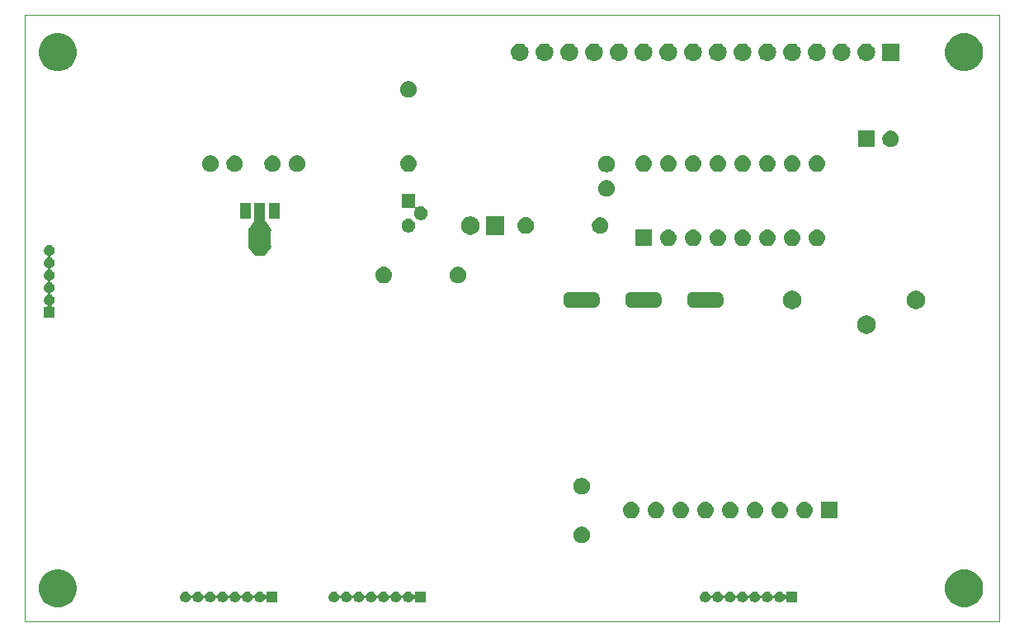
<source format=gbr>
%TF.GenerationSoftware,KiCad,Pcbnew,5.1.3-ffb9f22~84~ubuntu16.04.1*%
%TF.CreationDate,2019-07-26T23:51:29+02:00*%
%TF.ProjectId,Raspberry-I2C-LCD-and-Keypad,52617370-6265-4727-9279-2d4932432d4c,rev?*%
%TF.SameCoordinates,Original*%
%TF.FileFunction,Soldermask,Top*%
%TF.FilePolarity,Negative*%
%FSLAX46Y46*%
G04 Gerber Fmt 4.6, Leading zero omitted, Abs format (unit mm)*
G04 Created by KiCad (PCBNEW 5.1.3-ffb9f22~84~ubuntu16.04.1) date 2019-07-26 23:51:29*
%MOMM*%
%LPD*%
G04 APERTURE LIST*
%ADD10C,0.050000*%
%ADD11C,0.100000*%
G04 APERTURE END LIST*
D10*
X191439800Y-69850000D02*
X91440000Y-69850000D01*
X191439800Y-132080000D02*
X191439800Y-69850000D01*
X91440000Y-132080000D02*
X191439800Y-132080000D01*
X91440000Y-69850000D02*
X91440000Y-132080000D01*
D11*
G36*
X188408793Y-126784937D02*
G01*
X188763670Y-126931932D01*
X189083052Y-127145336D01*
X189354664Y-127416948D01*
X189568068Y-127736330D01*
X189715063Y-128091207D01*
X189790000Y-128467940D01*
X189790000Y-128852060D01*
X189715063Y-129228793D01*
X189568068Y-129583670D01*
X189354664Y-129903052D01*
X189083052Y-130174664D01*
X188763670Y-130388068D01*
X188408793Y-130535063D01*
X188032060Y-130610000D01*
X187647940Y-130610000D01*
X187271207Y-130535063D01*
X186916330Y-130388068D01*
X186596948Y-130174664D01*
X186325336Y-129903052D01*
X186111932Y-129583670D01*
X185964937Y-129228793D01*
X185890000Y-128852060D01*
X185890000Y-128467940D01*
X185964937Y-128091207D01*
X186111932Y-127736330D01*
X186325336Y-127416948D01*
X186596948Y-127145336D01*
X186916330Y-126931932D01*
X187271207Y-126784937D01*
X187647940Y-126710000D01*
X188032060Y-126710000D01*
X188408793Y-126784937D01*
X188408793Y-126784937D01*
G37*
G36*
X95408793Y-126784937D02*
G01*
X95763670Y-126931932D01*
X96083052Y-127145336D01*
X96354664Y-127416948D01*
X96568068Y-127736330D01*
X96715063Y-128091207D01*
X96790000Y-128467940D01*
X96790000Y-128852060D01*
X96715063Y-129228793D01*
X96568068Y-129583670D01*
X96354664Y-129903052D01*
X96083052Y-130174664D01*
X95763670Y-130388068D01*
X95408793Y-130535063D01*
X95032060Y-130610000D01*
X94647940Y-130610000D01*
X94271207Y-130535063D01*
X93916330Y-130388068D01*
X93596948Y-130174664D01*
X93325336Y-129903052D01*
X93111932Y-129583670D01*
X92964937Y-129228793D01*
X92890000Y-128852060D01*
X92890000Y-128467940D01*
X92964937Y-128091207D01*
X93111932Y-127736330D01*
X93325336Y-127416948D01*
X93596948Y-127145336D01*
X93916330Y-126931932D01*
X94271207Y-126784937D01*
X94647940Y-126710000D01*
X95032060Y-126710000D01*
X95408793Y-126784937D01*
X95408793Y-126784937D01*
G37*
G36*
X108058015Y-128996973D02*
G01*
X108161879Y-129028479D01*
X108189055Y-129043005D01*
X108257600Y-129079643D01*
X108341501Y-129148499D01*
X108410357Y-129232400D01*
X108421662Y-129253551D01*
X108461521Y-129328121D01*
X108465388Y-129340869D01*
X108474760Y-129363496D01*
X108488374Y-129383870D01*
X108505701Y-129401197D01*
X108526075Y-129414811D01*
X108548714Y-129424188D01*
X108572747Y-129428969D01*
X108597251Y-129428969D01*
X108621285Y-129424189D01*
X108643924Y-129414812D01*
X108664298Y-129401198D01*
X108681625Y-129383871D01*
X108695239Y-129363497D01*
X108704612Y-129340869D01*
X108708479Y-129328121D01*
X108748338Y-129253551D01*
X108759643Y-129232400D01*
X108828499Y-129148499D01*
X108912400Y-129079643D01*
X108980945Y-129043005D01*
X109008121Y-129028479D01*
X109111985Y-128996973D01*
X109192933Y-128989000D01*
X109247067Y-128989000D01*
X109328015Y-128996973D01*
X109431879Y-129028479D01*
X109459055Y-129043005D01*
X109527600Y-129079643D01*
X109611501Y-129148499D01*
X109680357Y-129232400D01*
X109691662Y-129253551D01*
X109731521Y-129328121D01*
X109735388Y-129340869D01*
X109744760Y-129363496D01*
X109758374Y-129383870D01*
X109775701Y-129401197D01*
X109796075Y-129414811D01*
X109818714Y-129424188D01*
X109842747Y-129428969D01*
X109867251Y-129428969D01*
X109891285Y-129424189D01*
X109913924Y-129414812D01*
X109934298Y-129401198D01*
X109951625Y-129383871D01*
X109965239Y-129363497D01*
X109974612Y-129340869D01*
X109978479Y-129328121D01*
X110018338Y-129253551D01*
X110029643Y-129232400D01*
X110098499Y-129148499D01*
X110182400Y-129079643D01*
X110250945Y-129043005D01*
X110278121Y-129028479D01*
X110381985Y-128996973D01*
X110462933Y-128989000D01*
X110517067Y-128989000D01*
X110598015Y-128996973D01*
X110701879Y-129028479D01*
X110729055Y-129043005D01*
X110797600Y-129079643D01*
X110881501Y-129148499D01*
X110950357Y-129232400D01*
X110961662Y-129253551D01*
X111001521Y-129328121D01*
X111005388Y-129340869D01*
X111014760Y-129363496D01*
X111028374Y-129383870D01*
X111045701Y-129401197D01*
X111066075Y-129414811D01*
X111088714Y-129424188D01*
X111112747Y-129428969D01*
X111137251Y-129428969D01*
X111161285Y-129424189D01*
X111183924Y-129414812D01*
X111204298Y-129401198D01*
X111221625Y-129383871D01*
X111235239Y-129363497D01*
X111244612Y-129340869D01*
X111248479Y-129328121D01*
X111288338Y-129253551D01*
X111299643Y-129232400D01*
X111368499Y-129148499D01*
X111452400Y-129079643D01*
X111520945Y-129043005D01*
X111548121Y-129028479D01*
X111651985Y-128996973D01*
X111732933Y-128989000D01*
X111787067Y-128989000D01*
X111868015Y-128996973D01*
X111971879Y-129028479D01*
X111999055Y-129043005D01*
X112067600Y-129079643D01*
X112151501Y-129148499D01*
X112220357Y-129232400D01*
X112231662Y-129253551D01*
X112271521Y-129328121D01*
X112275388Y-129340869D01*
X112284760Y-129363496D01*
X112298374Y-129383870D01*
X112315701Y-129401197D01*
X112336075Y-129414811D01*
X112358714Y-129424188D01*
X112382747Y-129428969D01*
X112407251Y-129428969D01*
X112431285Y-129424189D01*
X112453924Y-129414812D01*
X112474298Y-129401198D01*
X112491625Y-129383871D01*
X112505239Y-129363497D01*
X112514612Y-129340869D01*
X112518479Y-129328121D01*
X112558338Y-129253551D01*
X112569643Y-129232400D01*
X112638499Y-129148499D01*
X112722400Y-129079643D01*
X112790945Y-129043005D01*
X112818121Y-129028479D01*
X112921985Y-128996973D01*
X113002933Y-128989000D01*
X113057067Y-128989000D01*
X113138015Y-128996973D01*
X113241879Y-129028479D01*
X113269055Y-129043005D01*
X113337600Y-129079643D01*
X113421501Y-129148499D01*
X113490357Y-129232400D01*
X113501662Y-129253551D01*
X113541521Y-129328121D01*
X113545388Y-129340869D01*
X113554760Y-129363496D01*
X113568374Y-129383870D01*
X113585701Y-129401197D01*
X113606075Y-129414811D01*
X113628714Y-129424188D01*
X113652747Y-129428969D01*
X113677251Y-129428969D01*
X113701285Y-129424189D01*
X113723924Y-129414812D01*
X113744298Y-129401198D01*
X113761625Y-129383871D01*
X113775239Y-129363497D01*
X113784612Y-129340869D01*
X113788479Y-129328121D01*
X113828338Y-129253551D01*
X113839643Y-129232400D01*
X113908499Y-129148499D01*
X113992400Y-129079643D01*
X114060945Y-129043005D01*
X114088121Y-129028479D01*
X114191985Y-128996973D01*
X114272933Y-128989000D01*
X114327067Y-128989000D01*
X114408015Y-128996973D01*
X114511879Y-129028479D01*
X114539055Y-129043005D01*
X114607600Y-129079643D01*
X114691501Y-129148499D01*
X114760357Y-129232400D01*
X114771662Y-129253551D01*
X114811521Y-129328121D01*
X114815388Y-129340869D01*
X114824760Y-129363496D01*
X114838374Y-129383870D01*
X114855701Y-129401197D01*
X114876075Y-129414811D01*
X114898714Y-129424188D01*
X114922747Y-129428969D01*
X114947251Y-129428969D01*
X114971285Y-129424189D01*
X114993924Y-129414812D01*
X115014298Y-129401198D01*
X115031625Y-129383871D01*
X115045239Y-129363497D01*
X115054612Y-129340869D01*
X115058479Y-129328121D01*
X115098338Y-129253551D01*
X115109643Y-129232400D01*
X115178499Y-129148499D01*
X115262400Y-129079643D01*
X115330945Y-129043005D01*
X115358121Y-129028479D01*
X115461985Y-128996973D01*
X115542933Y-128989000D01*
X115597067Y-128989000D01*
X115678015Y-128996973D01*
X115781879Y-129028479D01*
X115809055Y-129043005D01*
X115877600Y-129079643D01*
X115961501Y-129148499D01*
X116030356Y-129232400D01*
X116053764Y-129276193D01*
X116067375Y-129296563D01*
X116084702Y-129313890D01*
X116105076Y-129327504D01*
X116127715Y-129336881D01*
X116151748Y-129341662D01*
X116176252Y-129341662D01*
X116200286Y-129336882D01*
X116222924Y-129327505D01*
X116243299Y-129313891D01*
X116260626Y-129296564D01*
X116274240Y-129276190D01*
X116283617Y-129253551D01*
X116288398Y-129229518D01*
X116289000Y-129217265D01*
X116289000Y-128989000D01*
X117391000Y-128989000D01*
X117391000Y-130091000D01*
X116289000Y-130091000D01*
X116289000Y-129862735D01*
X116286598Y-129838349D01*
X116279485Y-129814900D01*
X116267934Y-129793289D01*
X116252389Y-129774347D01*
X116233447Y-129758802D01*
X116211836Y-129747251D01*
X116188387Y-129740138D01*
X116164001Y-129737736D01*
X116139615Y-129740138D01*
X116116166Y-129747251D01*
X116094555Y-129758802D01*
X116075613Y-129774347D01*
X116060068Y-129793289D01*
X116053767Y-129803802D01*
X116030356Y-129847600D01*
X116030355Y-129847601D01*
X115961501Y-129931501D01*
X115877600Y-130000357D01*
X115809055Y-130036995D01*
X115781879Y-130051521D01*
X115678015Y-130083027D01*
X115597067Y-130091000D01*
X115542933Y-130091000D01*
X115461985Y-130083027D01*
X115358121Y-130051521D01*
X115330945Y-130036995D01*
X115262400Y-130000357D01*
X115178499Y-129931501D01*
X115109643Y-129847600D01*
X115070489Y-129774347D01*
X115058479Y-129751879D01*
X115054612Y-129739131D01*
X115045240Y-129716504D01*
X115031626Y-129696130D01*
X115014299Y-129678803D01*
X114993925Y-129665189D01*
X114971286Y-129655812D01*
X114947253Y-129651031D01*
X114922749Y-129651031D01*
X114898715Y-129655811D01*
X114876076Y-129665188D01*
X114855702Y-129678802D01*
X114838375Y-129696129D01*
X114824761Y-129716503D01*
X114815388Y-129739131D01*
X114811521Y-129751879D01*
X114799511Y-129774347D01*
X114760357Y-129847600D01*
X114691501Y-129931501D01*
X114607600Y-130000357D01*
X114539055Y-130036995D01*
X114511879Y-130051521D01*
X114408015Y-130083027D01*
X114327067Y-130091000D01*
X114272933Y-130091000D01*
X114191985Y-130083027D01*
X114088121Y-130051521D01*
X114060945Y-130036995D01*
X113992400Y-130000357D01*
X113908499Y-129931501D01*
X113839643Y-129847600D01*
X113800489Y-129774347D01*
X113788479Y-129751879D01*
X113784612Y-129739131D01*
X113775240Y-129716504D01*
X113761626Y-129696130D01*
X113744299Y-129678803D01*
X113723925Y-129665189D01*
X113701286Y-129655812D01*
X113677253Y-129651031D01*
X113652749Y-129651031D01*
X113628715Y-129655811D01*
X113606076Y-129665188D01*
X113585702Y-129678802D01*
X113568375Y-129696129D01*
X113554761Y-129716503D01*
X113545388Y-129739131D01*
X113541521Y-129751879D01*
X113529511Y-129774347D01*
X113490357Y-129847600D01*
X113421501Y-129931501D01*
X113337600Y-130000357D01*
X113269055Y-130036995D01*
X113241879Y-130051521D01*
X113138015Y-130083027D01*
X113057067Y-130091000D01*
X113002933Y-130091000D01*
X112921985Y-130083027D01*
X112818121Y-130051521D01*
X112790945Y-130036995D01*
X112722400Y-130000357D01*
X112638499Y-129931501D01*
X112569643Y-129847600D01*
X112530489Y-129774347D01*
X112518479Y-129751879D01*
X112514612Y-129739131D01*
X112505240Y-129716504D01*
X112491626Y-129696130D01*
X112474299Y-129678803D01*
X112453925Y-129665189D01*
X112431286Y-129655812D01*
X112407253Y-129651031D01*
X112382749Y-129651031D01*
X112358715Y-129655811D01*
X112336076Y-129665188D01*
X112315702Y-129678802D01*
X112298375Y-129696129D01*
X112284761Y-129716503D01*
X112275388Y-129739131D01*
X112271521Y-129751879D01*
X112259511Y-129774347D01*
X112220357Y-129847600D01*
X112151501Y-129931501D01*
X112067600Y-130000357D01*
X111999055Y-130036995D01*
X111971879Y-130051521D01*
X111868015Y-130083027D01*
X111787067Y-130091000D01*
X111732933Y-130091000D01*
X111651985Y-130083027D01*
X111548121Y-130051521D01*
X111520945Y-130036995D01*
X111452400Y-130000357D01*
X111368499Y-129931501D01*
X111299643Y-129847600D01*
X111260489Y-129774347D01*
X111248479Y-129751879D01*
X111244612Y-129739131D01*
X111235240Y-129716504D01*
X111221626Y-129696130D01*
X111204299Y-129678803D01*
X111183925Y-129665189D01*
X111161286Y-129655812D01*
X111137253Y-129651031D01*
X111112749Y-129651031D01*
X111088715Y-129655811D01*
X111066076Y-129665188D01*
X111045702Y-129678802D01*
X111028375Y-129696129D01*
X111014761Y-129716503D01*
X111005388Y-129739131D01*
X111001521Y-129751879D01*
X110989511Y-129774347D01*
X110950357Y-129847600D01*
X110881501Y-129931501D01*
X110797600Y-130000357D01*
X110729055Y-130036995D01*
X110701879Y-130051521D01*
X110598015Y-130083027D01*
X110517067Y-130091000D01*
X110462933Y-130091000D01*
X110381985Y-130083027D01*
X110278121Y-130051521D01*
X110250945Y-130036995D01*
X110182400Y-130000357D01*
X110098499Y-129931501D01*
X110029643Y-129847600D01*
X109990489Y-129774347D01*
X109978479Y-129751879D01*
X109974612Y-129739131D01*
X109965240Y-129716504D01*
X109951626Y-129696130D01*
X109934299Y-129678803D01*
X109913925Y-129665189D01*
X109891286Y-129655812D01*
X109867253Y-129651031D01*
X109842749Y-129651031D01*
X109818715Y-129655811D01*
X109796076Y-129665188D01*
X109775702Y-129678802D01*
X109758375Y-129696129D01*
X109744761Y-129716503D01*
X109735388Y-129739131D01*
X109731521Y-129751879D01*
X109719511Y-129774347D01*
X109680357Y-129847600D01*
X109611501Y-129931501D01*
X109527600Y-130000357D01*
X109459055Y-130036995D01*
X109431879Y-130051521D01*
X109328015Y-130083027D01*
X109247067Y-130091000D01*
X109192933Y-130091000D01*
X109111985Y-130083027D01*
X109008121Y-130051521D01*
X108980945Y-130036995D01*
X108912400Y-130000357D01*
X108828499Y-129931501D01*
X108759643Y-129847600D01*
X108720489Y-129774347D01*
X108708479Y-129751879D01*
X108704612Y-129739131D01*
X108695240Y-129716504D01*
X108681626Y-129696130D01*
X108664299Y-129678803D01*
X108643925Y-129665189D01*
X108621286Y-129655812D01*
X108597253Y-129651031D01*
X108572749Y-129651031D01*
X108548715Y-129655811D01*
X108526076Y-129665188D01*
X108505702Y-129678802D01*
X108488375Y-129696129D01*
X108474761Y-129716503D01*
X108465388Y-129739131D01*
X108461521Y-129751879D01*
X108449511Y-129774347D01*
X108410357Y-129847600D01*
X108341501Y-129931501D01*
X108257600Y-130000357D01*
X108189055Y-130036995D01*
X108161879Y-130051521D01*
X108058015Y-130083027D01*
X107977067Y-130091000D01*
X107922933Y-130091000D01*
X107841985Y-130083027D01*
X107738121Y-130051521D01*
X107710945Y-130036995D01*
X107642400Y-130000357D01*
X107558499Y-129931501D01*
X107489643Y-129847600D01*
X107450489Y-129774347D01*
X107438479Y-129751879D01*
X107406973Y-129648015D01*
X107396334Y-129540000D01*
X107406973Y-129431985D01*
X107438479Y-129328121D01*
X107478338Y-129253551D01*
X107489643Y-129232400D01*
X107558499Y-129148499D01*
X107642400Y-129079643D01*
X107710945Y-129043005D01*
X107738121Y-129028479D01*
X107841985Y-128996973D01*
X107922933Y-128989000D01*
X107977067Y-128989000D01*
X108058015Y-128996973D01*
X108058015Y-128996973D01*
G37*
G36*
X161398015Y-128996973D02*
G01*
X161501879Y-129028479D01*
X161529055Y-129043005D01*
X161597600Y-129079643D01*
X161681501Y-129148499D01*
X161750357Y-129232400D01*
X161761662Y-129253551D01*
X161801521Y-129328121D01*
X161805388Y-129340869D01*
X161814760Y-129363496D01*
X161828374Y-129383870D01*
X161845701Y-129401197D01*
X161866075Y-129414811D01*
X161888714Y-129424188D01*
X161912747Y-129428969D01*
X161937251Y-129428969D01*
X161961285Y-129424189D01*
X161983924Y-129414812D01*
X162004298Y-129401198D01*
X162021625Y-129383871D01*
X162035239Y-129363497D01*
X162044612Y-129340869D01*
X162048479Y-129328121D01*
X162088338Y-129253551D01*
X162099643Y-129232400D01*
X162168499Y-129148499D01*
X162252400Y-129079643D01*
X162320945Y-129043005D01*
X162348121Y-129028479D01*
X162451985Y-128996973D01*
X162532933Y-128989000D01*
X162587067Y-128989000D01*
X162668015Y-128996973D01*
X162771879Y-129028479D01*
X162799055Y-129043005D01*
X162867600Y-129079643D01*
X162951501Y-129148499D01*
X163020357Y-129232400D01*
X163031662Y-129253551D01*
X163071521Y-129328121D01*
X163075388Y-129340869D01*
X163084760Y-129363496D01*
X163098374Y-129383870D01*
X163115701Y-129401197D01*
X163136075Y-129414811D01*
X163158714Y-129424188D01*
X163182747Y-129428969D01*
X163207251Y-129428969D01*
X163231285Y-129424189D01*
X163253924Y-129414812D01*
X163274298Y-129401198D01*
X163291625Y-129383871D01*
X163305239Y-129363497D01*
X163314612Y-129340869D01*
X163318479Y-129328121D01*
X163358338Y-129253551D01*
X163369643Y-129232400D01*
X163438499Y-129148499D01*
X163522400Y-129079643D01*
X163590945Y-129043005D01*
X163618121Y-129028479D01*
X163721985Y-128996973D01*
X163802933Y-128989000D01*
X163857067Y-128989000D01*
X163938015Y-128996973D01*
X164041879Y-129028479D01*
X164069055Y-129043005D01*
X164137600Y-129079643D01*
X164221501Y-129148499D01*
X164290357Y-129232400D01*
X164301662Y-129253551D01*
X164341521Y-129328121D01*
X164345388Y-129340869D01*
X164354760Y-129363496D01*
X164368374Y-129383870D01*
X164385701Y-129401197D01*
X164406075Y-129414811D01*
X164428714Y-129424188D01*
X164452747Y-129428969D01*
X164477251Y-129428969D01*
X164501285Y-129424189D01*
X164523924Y-129414812D01*
X164544298Y-129401198D01*
X164561625Y-129383871D01*
X164575239Y-129363497D01*
X164584612Y-129340869D01*
X164588479Y-129328121D01*
X164628338Y-129253551D01*
X164639643Y-129232400D01*
X164708499Y-129148499D01*
X164792400Y-129079643D01*
X164860945Y-129043005D01*
X164888121Y-129028479D01*
X164991985Y-128996973D01*
X165072933Y-128989000D01*
X165127067Y-128989000D01*
X165208015Y-128996973D01*
X165311879Y-129028479D01*
X165339055Y-129043005D01*
X165407600Y-129079643D01*
X165491501Y-129148499D01*
X165560357Y-129232400D01*
X165571662Y-129253551D01*
X165611521Y-129328121D01*
X165615388Y-129340869D01*
X165624760Y-129363496D01*
X165638374Y-129383870D01*
X165655701Y-129401197D01*
X165676075Y-129414811D01*
X165698714Y-129424188D01*
X165722747Y-129428969D01*
X165747251Y-129428969D01*
X165771285Y-129424189D01*
X165793924Y-129414812D01*
X165814298Y-129401198D01*
X165831625Y-129383871D01*
X165845239Y-129363497D01*
X165854612Y-129340869D01*
X165858479Y-129328121D01*
X165898338Y-129253551D01*
X165909643Y-129232400D01*
X165978499Y-129148499D01*
X166062400Y-129079643D01*
X166130945Y-129043005D01*
X166158121Y-129028479D01*
X166261985Y-128996973D01*
X166342933Y-128989000D01*
X166397067Y-128989000D01*
X166478015Y-128996973D01*
X166581879Y-129028479D01*
X166609055Y-129043005D01*
X166677600Y-129079643D01*
X166761501Y-129148499D01*
X166830357Y-129232400D01*
X166841662Y-129253551D01*
X166881521Y-129328121D01*
X166885388Y-129340869D01*
X166894760Y-129363496D01*
X166908374Y-129383870D01*
X166925701Y-129401197D01*
X166946075Y-129414811D01*
X166968714Y-129424188D01*
X166992747Y-129428969D01*
X167017251Y-129428969D01*
X167041285Y-129424189D01*
X167063924Y-129414812D01*
X167084298Y-129401198D01*
X167101625Y-129383871D01*
X167115239Y-129363497D01*
X167124612Y-129340869D01*
X167128479Y-129328121D01*
X167168338Y-129253551D01*
X167179643Y-129232400D01*
X167248499Y-129148499D01*
X167332400Y-129079643D01*
X167400945Y-129043005D01*
X167428121Y-129028479D01*
X167531985Y-128996973D01*
X167612933Y-128989000D01*
X167667067Y-128989000D01*
X167748015Y-128996973D01*
X167851879Y-129028479D01*
X167879055Y-129043005D01*
X167947600Y-129079643D01*
X168031501Y-129148499D01*
X168100357Y-129232400D01*
X168111662Y-129253551D01*
X168151521Y-129328121D01*
X168155388Y-129340869D01*
X168164760Y-129363496D01*
X168178374Y-129383870D01*
X168195701Y-129401197D01*
X168216075Y-129414811D01*
X168238714Y-129424188D01*
X168262747Y-129428969D01*
X168287251Y-129428969D01*
X168311285Y-129424189D01*
X168333924Y-129414812D01*
X168354298Y-129401198D01*
X168371625Y-129383871D01*
X168385239Y-129363497D01*
X168394612Y-129340869D01*
X168398479Y-129328121D01*
X168438338Y-129253551D01*
X168449643Y-129232400D01*
X168518499Y-129148499D01*
X168602400Y-129079643D01*
X168670945Y-129043005D01*
X168698121Y-129028479D01*
X168801985Y-128996973D01*
X168882933Y-128989000D01*
X168937067Y-128989000D01*
X169018015Y-128996973D01*
X169121879Y-129028479D01*
X169149055Y-129043005D01*
X169217600Y-129079643D01*
X169301501Y-129148499D01*
X169370356Y-129232400D01*
X169393764Y-129276193D01*
X169407375Y-129296563D01*
X169424702Y-129313890D01*
X169445076Y-129327504D01*
X169467715Y-129336881D01*
X169491748Y-129341662D01*
X169516252Y-129341662D01*
X169540286Y-129336882D01*
X169562924Y-129327505D01*
X169583299Y-129313891D01*
X169600626Y-129296564D01*
X169614240Y-129276190D01*
X169623617Y-129253551D01*
X169628398Y-129229518D01*
X169629000Y-129217265D01*
X169629000Y-128989000D01*
X170731000Y-128989000D01*
X170731000Y-130091000D01*
X169629000Y-130091000D01*
X169629000Y-129862735D01*
X169626598Y-129838349D01*
X169619485Y-129814900D01*
X169607934Y-129793289D01*
X169592389Y-129774347D01*
X169573447Y-129758802D01*
X169551836Y-129747251D01*
X169528387Y-129740138D01*
X169504001Y-129737736D01*
X169479615Y-129740138D01*
X169456166Y-129747251D01*
X169434555Y-129758802D01*
X169415613Y-129774347D01*
X169400068Y-129793289D01*
X169393767Y-129803802D01*
X169370356Y-129847600D01*
X169370355Y-129847601D01*
X169301501Y-129931501D01*
X169217600Y-130000357D01*
X169149055Y-130036995D01*
X169121879Y-130051521D01*
X169018015Y-130083027D01*
X168937067Y-130091000D01*
X168882933Y-130091000D01*
X168801985Y-130083027D01*
X168698121Y-130051521D01*
X168670945Y-130036995D01*
X168602400Y-130000357D01*
X168518499Y-129931501D01*
X168449643Y-129847600D01*
X168410489Y-129774347D01*
X168398479Y-129751879D01*
X168394612Y-129739131D01*
X168385240Y-129716504D01*
X168371626Y-129696130D01*
X168354299Y-129678803D01*
X168333925Y-129665189D01*
X168311286Y-129655812D01*
X168287253Y-129651031D01*
X168262749Y-129651031D01*
X168238715Y-129655811D01*
X168216076Y-129665188D01*
X168195702Y-129678802D01*
X168178375Y-129696129D01*
X168164761Y-129716503D01*
X168155388Y-129739131D01*
X168151521Y-129751879D01*
X168139511Y-129774347D01*
X168100357Y-129847600D01*
X168031501Y-129931501D01*
X167947600Y-130000357D01*
X167879055Y-130036995D01*
X167851879Y-130051521D01*
X167748015Y-130083027D01*
X167667067Y-130091000D01*
X167612933Y-130091000D01*
X167531985Y-130083027D01*
X167428121Y-130051521D01*
X167400945Y-130036995D01*
X167332400Y-130000357D01*
X167248499Y-129931501D01*
X167179643Y-129847600D01*
X167140489Y-129774347D01*
X167128479Y-129751879D01*
X167124612Y-129739131D01*
X167115240Y-129716504D01*
X167101626Y-129696130D01*
X167084299Y-129678803D01*
X167063925Y-129665189D01*
X167041286Y-129655812D01*
X167017253Y-129651031D01*
X166992749Y-129651031D01*
X166968715Y-129655811D01*
X166946076Y-129665188D01*
X166925702Y-129678802D01*
X166908375Y-129696129D01*
X166894761Y-129716503D01*
X166885388Y-129739131D01*
X166881521Y-129751879D01*
X166869511Y-129774347D01*
X166830357Y-129847600D01*
X166761501Y-129931501D01*
X166677600Y-130000357D01*
X166609055Y-130036995D01*
X166581879Y-130051521D01*
X166478015Y-130083027D01*
X166397067Y-130091000D01*
X166342933Y-130091000D01*
X166261985Y-130083027D01*
X166158121Y-130051521D01*
X166130945Y-130036995D01*
X166062400Y-130000357D01*
X165978499Y-129931501D01*
X165909643Y-129847600D01*
X165870489Y-129774347D01*
X165858479Y-129751879D01*
X165854612Y-129739131D01*
X165845240Y-129716504D01*
X165831626Y-129696130D01*
X165814299Y-129678803D01*
X165793925Y-129665189D01*
X165771286Y-129655812D01*
X165747253Y-129651031D01*
X165722749Y-129651031D01*
X165698715Y-129655811D01*
X165676076Y-129665188D01*
X165655702Y-129678802D01*
X165638375Y-129696129D01*
X165624761Y-129716503D01*
X165615388Y-129739131D01*
X165611521Y-129751879D01*
X165599511Y-129774347D01*
X165560357Y-129847600D01*
X165491501Y-129931501D01*
X165407600Y-130000357D01*
X165339055Y-130036995D01*
X165311879Y-130051521D01*
X165208015Y-130083027D01*
X165127067Y-130091000D01*
X165072933Y-130091000D01*
X164991985Y-130083027D01*
X164888121Y-130051521D01*
X164860945Y-130036995D01*
X164792400Y-130000357D01*
X164708499Y-129931501D01*
X164639643Y-129847600D01*
X164600489Y-129774347D01*
X164588479Y-129751879D01*
X164584612Y-129739131D01*
X164575240Y-129716504D01*
X164561626Y-129696130D01*
X164544299Y-129678803D01*
X164523925Y-129665189D01*
X164501286Y-129655812D01*
X164477253Y-129651031D01*
X164452749Y-129651031D01*
X164428715Y-129655811D01*
X164406076Y-129665188D01*
X164385702Y-129678802D01*
X164368375Y-129696129D01*
X164354761Y-129716503D01*
X164345388Y-129739131D01*
X164341521Y-129751879D01*
X164329511Y-129774347D01*
X164290357Y-129847600D01*
X164221501Y-129931501D01*
X164137600Y-130000357D01*
X164069055Y-130036995D01*
X164041879Y-130051521D01*
X163938015Y-130083027D01*
X163857067Y-130091000D01*
X163802933Y-130091000D01*
X163721985Y-130083027D01*
X163618121Y-130051521D01*
X163590945Y-130036995D01*
X163522400Y-130000357D01*
X163438499Y-129931501D01*
X163369643Y-129847600D01*
X163330489Y-129774347D01*
X163318479Y-129751879D01*
X163314612Y-129739131D01*
X163305240Y-129716504D01*
X163291626Y-129696130D01*
X163274299Y-129678803D01*
X163253925Y-129665189D01*
X163231286Y-129655812D01*
X163207253Y-129651031D01*
X163182749Y-129651031D01*
X163158715Y-129655811D01*
X163136076Y-129665188D01*
X163115702Y-129678802D01*
X163098375Y-129696129D01*
X163084761Y-129716503D01*
X163075388Y-129739131D01*
X163071521Y-129751879D01*
X163059511Y-129774347D01*
X163020357Y-129847600D01*
X162951501Y-129931501D01*
X162867600Y-130000357D01*
X162799055Y-130036995D01*
X162771879Y-130051521D01*
X162668015Y-130083027D01*
X162587067Y-130091000D01*
X162532933Y-130091000D01*
X162451985Y-130083027D01*
X162348121Y-130051521D01*
X162320945Y-130036995D01*
X162252400Y-130000357D01*
X162168499Y-129931501D01*
X162099643Y-129847600D01*
X162060489Y-129774347D01*
X162048479Y-129751879D01*
X162044612Y-129739131D01*
X162035240Y-129716504D01*
X162021626Y-129696130D01*
X162004299Y-129678803D01*
X161983925Y-129665189D01*
X161961286Y-129655812D01*
X161937253Y-129651031D01*
X161912749Y-129651031D01*
X161888715Y-129655811D01*
X161866076Y-129665188D01*
X161845702Y-129678802D01*
X161828375Y-129696129D01*
X161814761Y-129716503D01*
X161805388Y-129739131D01*
X161801521Y-129751879D01*
X161789511Y-129774347D01*
X161750357Y-129847600D01*
X161681501Y-129931501D01*
X161597600Y-130000357D01*
X161529055Y-130036995D01*
X161501879Y-130051521D01*
X161398015Y-130083027D01*
X161317067Y-130091000D01*
X161262933Y-130091000D01*
X161181985Y-130083027D01*
X161078121Y-130051521D01*
X161050945Y-130036995D01*
X160982400Y-130000357D01*
X160898499Y-129931501D01*
X160829643Y-129847600D01*
X160790489Y-129774347D01*
X160778479Y-129751879D01*
X160746973Y-129648015D01*
X160736334Y-129540000D01*
X160746973Y-129431985D01*
X160778479Y-129328121D01*
X160818338Y-129253551D01*
X160829643Y-129232400D01*
X160898499Y-129148499D01*
X160982400Y-129079643D01*
X161050945Y-129043005D01*
X161078121Y-129028479D01*
X161181985Y-128996973D01*
X161262933Y-128989000D01*
X161317067Y-128989000D01*
X161398015Y-128996973D01*
X161398015Y-128996973D01*
G37*
G36*
X123298015Y-128996973D02*
G01*
X123401879Y-129028479D01*
X123429055Y-129043005D01*
X123497600Y-129079643D01*
X123581501Y-129148499D01*
X123650357Y-129232400D01*
X123661662Y-129253551D01*
X123701521Y-129328121D01*
X123705388Y-129340869D01*
X123714760Y-129363496D01*
X123728374Y-129383870D01*
X123745701Y-129401197D01*
X123766075Y-129414811D01*
X123788714Y-129424188D01*
X123812747Y-129428969D01*
X123837251Y-129428969D01*
X123861285Y-129424189D01*
X123883924Y-129414812D01*
X123904298Y-129401198D01*
X123921625Y-129383871D01*
X123935239Y-129363497D01*
X123944612Y-129340869D01*
X123948479Y-129328121D01*
X123988338Y-129253551D01*
X123999643Y-129232400D01*
X124068499Y-129148499D01*
X124152400Y-129079643D01*
X124220945Y-129043005D01*
X124248121Y-129028479D01*
X124351985Y-128996973D01*
X124432933Y-128989000D01*
X124487067Y-128989000D01*
X124568015Y-128996973D01*
X124671879Y-129028479D01*
X124699055Y-129043005D01*
X124767600Y-129079643D01*
X124851501Y-129148499D01*
X124920357Y-129232400D01*
X124931662Y-129253551D01*
X124971521Y-129328121D01*
X124975388Y-129340869D01*
X124984760Y-129363496D01*
X124998374Y-129383870D01*
X125015701Y-129401197D01*
X125036075Y-129414811D01*
X125058714Y-129424188D01*
X125082747Y-129428969D01*
X125107251Y-129428969D01*
X125131285Y-129424189D01*
X125153924Y-129414812D01*
X125174298Y-129401198D01*
X125191625Y-129383871D01*
X125205239Y-129363497D01*
X125214612Y-129340869D01*
X125218479Y-129328121D01*
X125258338Y-129253551D01*
X125269643Y-129232400D01*
X125338499Y-129148499D01*
X125422400Y-129079643D01*
X125490945Y-129043005D01*
X125518121Y-129028479D01*
X125621985Y-128996973D01*
X125702933Y-128989000D01*
X125757067Y-128989000D01*
X125838015Y-128996973D01*
X125941879Y-129028479D01*
X125969055Y-129043005D01*
X126037600Y-129079643D01*
X126121501Y-129148499D01*
X126190357Y-129232400D01*
X126201662Y-129253551D01*
X126241521Y-129328121D01*
X126245388Y-129340869D01*
X126254760Y-129363496D01*
X126268374Y-129383870D01*
X126285701Y-129401197D01*
X126306075Y-129414811D01*
X126328714Y-129424188D01*
X126352747Y-129428969D01*
X126377251Y-129428969D01*
X126401285Y-129424189D01*
X126423924Y-129414812D01*
X126444298Y-129401198D01*
X126461625Y-129383871D01*
X126475239Y-129363497D01*
X126484612Y-129340869D01*
X126488479Y-129328121D01*
X126528338Y-129253551D01*
X126539643Y-129232400D01*
X126608499Y-129148499D01*
X126692400Y-129079643D01*
X126760945Y-129043005D01*
X126788121Y-129028479D01*
X126891985Y-128996973D01*
X126972933Y-128989000D01*
X127027067Y-128989000D01*
X127108015Y-128996973D01*
X127211879Y-129028479D01*
X127239055Y-129043005D01*
X127307600Y-129079643D01*
X127391501Y-129148499D01*
X127460357Y-129232400D01*
X127471662Y-129253551D01*
X127511521Y-129328121D01*
X127515388Y-129340869D01*
X127524760Y-129363496D01*
X127538374Y-129383870D01*
X127555701Y-129401197D01*
X127576075Y-129414811D01*
X127598714Y-129424188D01*
X127622747Y-129428969D01*
X127647251Y-129428969D01*
X127671285Y-129424189D01*
X127693924Y-129414812D01*
X127714298Y-129401198D01*
X127731625Y-129383871D01*
X127745239Y-129363497D01*
X127754612Y-129340869D01*
X127758479Y-129328121D01*
X127798338Y-129253551D01*
X127809643Y-129232400D01*
X127878499Y-129148499D01*
X127962400Y-129079643D01*
X128030945Y-129043005D01*
X128058121Y-129028479D01*
X128161985Y-128996973D01*
X128242933Y-128989000D01*
X128297067Y-128989000D01*
X128378015Y-128996973D01*
X128481879Y-129028479D01*
X128509055Y-129043005D01*
X128577600Y-129079643D01*
X128661501Y-129148499D01*
X128730357Y-129232400D01*
X128741662Y-129253551D01*
X128781521Y-129328121D01*
X128785388Y-129340869D01*
X128794760Y-129363496D01*
X128808374Y-129383870D01*
X128825701Y-129401197D01*
X128846075Y-129414811D01*
X128868714Y-129424188D01*
X128892747Y-129428969D01*
X128917251Y-129428969D01*
X128941285Y-129424189D01*
X128963924Y-129414812D01*
X128984298Y-129401198D01*
X129001625Y-129383871D01*
X129015239Y-129363497D01*
X129024612Y-129340869D01*
X129028479Y-129328121D01*
X129068338Y-129253551D01*
X129079643Y-129232400D01*
X129148499Y-129148499D01*
X129232400Y-129079643D01*
X129300945Y-129043005D01*
X129328121Y-129028479D01*
X129431985Y-128996973D01*
X129512933Y-128989000D01*
X129567067Y-128989000D01*
X129648015Y-128996973D01*
X129751879Y-129028479D01*
X129779055Y-129043005D01*
X129847600Y-129079643D01*
X129931501Y-129148499D01*
X130000357Y-129232400D01*
X130011662Y-129253551D01*
X130051521Y-129328121D01*
X130055388Y-129340869D01*
X130064760Y-129363496D01*
X130078374Y-129383870D01*
X130095701Y-129401197D01*
X130116075Y-129414811D01*
X130138714Y-129424188D01*
X130162747Y-129428969D01*
X130187251Y-129428969D01*
X130211285Y-129424189D01*
X130233924Y-129414812D01*
X130254298Y-129401198D01*
X130271625Y-129383871D01*
X130285239Y-129363497D01*
X130294612Y-129340869D01*
X130298479Y-129328121D01*
X130338338Y-129253551D01*
X130349643Y-129232400D01*
X130418499Y-129148499D01*
X130502400Y-129079643D01*
X130570945Y-129043005D01*
X130598121Y-129028479D01*
X130701985Y-128996973D01*
X130782933Y-128989000D01*
X130837067Y-128989000D01*
X130918015Y-128996973D01*
X131021879Y-129028479D01*
X131049055Y-129043005D01*
X131117600Y-129079643D01*
X131201501Y-129148499D01*
X131270356Y-129232400D01*
X131293764Y-129276193D01*
X131307375Y-129296563D01*
X131324702Y-129313890D01*
X131345076Y-129327504D01*
X131367715Y-129336881D01*
X131391748Y-129341662D01*
X131416252Y-129341662D01*
X131440286Y-129336882D01*
X131462924Y-129327505D01*
X131483299Y-129313891D01*
X131500626Y-129296564D01*
X131514240Y-129276190D01*
X131523617Y-129253551D01*
X131528398Y-129229518D01*
X131529000Y-129217265D01*
X131529000Y-128989000D01*
X132631000Y-128989000D01*
X132631000Y-130091000D01*
X131529000Y-130091000D01*
X131529000Y-129862735D01*
X131526598Y-129838349D01*
X131519485Y-129814900D01*
X131507934Y-129793289D01*
X131492389Y-129774347D01*
X131473447Y-129758802D01*
X131451836Y-129747251D01*
X131428387Y-129740138D01*
X131404001Y-129737736D01*
X131379615Y-129740138D01*
X131356166Y-129747251D01*
X131334555Y-129758802D01*
X131315613Y-129774347D01*
X131300068Y-129793289D01*
X131293767Y-129803802D01*
X131270356Y-129847600D01*
X131270355Y-129847601D01*
X131201501Y-129931501D01*
X131117600Y-130000357D01*
X131049055Y-130036995D01*
X131021879Y-130051521D01*
X130918015Y-130083027D01*
X130837067Y-130091000D01*
X130782933Y-130091000D01*
X130701985Y-130083027D01*
X130598121Y-130051521D01*
X130570945Y-130036995D01*
X130502400Y-130000357D01*
X130418499Y-129931501D01*
X130349643Y-129847600D01*
X130310489Y-129774347D01*
X130298479Y-129751879D01*
X130294612Y-129739131D01*
X130285240Y-129716504D01*
X130271626Y-129696130D01*
X130254299Y-129678803D01*
X130233925Y-129665189D01*
X130211286Y-129655812D01*
X130187253Y-129651031D01*
X130162749Y-129651031D01*
X130138715Y-129655811D01*
X130116076Y-129665188D01*
X130095702Y-129678802D01*
X130078375Y-129696129D01*
X130064761Y-129716503D01*
X130055388Y-129739131D01*
X130051521Y-129751879D01*
X130039511Y-129774347D01*
X130000357Y-129847600D01*
X129931501Y-129931501D01*
X129847600Y-130000357D01*
X129779055Y-130036995D01*
X129751879Y-130051521D01*
X129648015Y-130083027D01*
X129567067Y-130091000D01*
X129512933Y-130091000D01*
X129431985Y-130083027D01*
X129328121Y-130051521D01*
X129300945Y-130036995D01*
X129232400Y-130000357D01*
X129148499Y-129931501D01*
X129079643Y-129847600D01*
X129040489Y-129774347D01*
X129028479Y-129751879D01*
X129024612Y-129739131D01*
X129015240Y-129716504D01*
X129001626Y-129696130D01*
X128984299Y-129678803D01*
X128963925Y-129665189D01*
X128941286Y-129655812D01*
X128917253Y-129651031D01*
X128892749Y-129651031D01*
X128868715Y-129655811D01*
X128846076Y-129665188D01*
X128825702Y-129678802D01*
X128808375Y-129696129D01*
X128794761Y-129716503D01*
X128785388Y-129739131D01*
X128781521Y-129751879D01*
X128769511Y-129774347D01*
X128730357Y-129847600D01*
X128661501Y-129931501D01*
X128577600Y-130000357D01*
X128509055Y-130036995D01*
X128481879Y-130051521D01*
X128378015Y-130083027D01*
X128297067Y-130091000D01*
X128242933Y-130091000D01*
X128161985Y-130083027D01*
X128058121Y-130051521D01*
X128030945Y-130036995D01*
X127962400Y-130000357D01*
X127878499Y-129931501D01*
X127809643Y-129847600D01*
X127770489Y-129774347D01*
X127758479Y-129751879D01*
X127754612Y-129739131D01*
X127745240Y-129716504D01*
X127731626Y-129696130D01*
X127714299Y-129678803D01*
X127693925Y-129665189D01*
X127671286Y-129655812D01*
X127647253Y-129651031D01*
X127622749Y-129651031D01*
X127598715Y-129655811D01*
X127576076Y-129665188D01*
X127555702Y-129678802D01*
X127538375Y-129696129D01*
X127524761Y-129716503D01*
X127515388Y-129739131D01*
X127511521Y-129751879D01*
X127499511Y-129774347D01*
X127460357Y-129847600D01*
X127391501Y-129931501D01*
X127307600Y-130000357D01*
X127239055Y-130036995D01*
X127211879Y-130051521D01*
X127108015Y-130083027D01*
X127027067Y-130091000D01*
X126972933Y-130091000D01*
X126891985Y-130083027D01*
X126788121Y-130051521D01*
X126760945Y-130036995D01*
X126692400Y-130000357D01*
X126608499Y-129931501D01*
X126539643Y-129847600D01*
X126500489Y-129774347D01*
X126488479Y-129751879D01*
X126484612Y-129739131D01*
X126475240Y-129716504D01*
X126461626Y-129696130D01*
X126444299Y-129678803D01*
X126423925Y-129665189D01*
X126401286Y-129655812D01*
X126377253Y-129651031D01*
X126352749Y-129651031D01*
X126328715Y-129655811D01*
X126306076Y-129665188D01*
X126285702Y-129678802D01*
X126268375Y-129696129D01*
X126254761Y-129716503D01*
X126245388Y-129739131D01*
X126241521Y-129751879D01*
X126229511Y-129774347D01*
X126190357Y-129847600D01*
X126121501Y-129931501D01*
X126037600Y-130000357D01*
X125969055Y-130036995D01*
X125941879Y-130051521D01*
X125838015Y-130083027D01*
X125757067Y-130091000D01*
X125702933Y-130091000D01*
X125621985Y-130083027D01*
X125518121Y-130051521D01*
X125490945Y-130036995D01*
X125422400Y-130000357D01*
X125338499Y-129931501D01*
X125269643Y-129847600D01*
X125230489Y-129774347D01*
X125218479Y-129751879D01*
X125214612Y-129739131D01*
X125205240Y-129716504D01*
X125191626Y-129696130D01*
X125174299Y-129678803D01*
X125153925Y-129665189D01*
X125131286Y-129655812D01*
X125107253Y-129651031D01*
X125082749Y-129651031D01*
X125058715Y-129655811D01*
X125036076Y-129665188D01*
X125015702Y-129678802D01*
X124998375Y-129696129D01*
X124984761Y-129716503D01*
X124975388Y-129739131D01*
X124971521Y-129751879D01*
X124959511Y-129774347D01*
X124920357Y-129847600D01*
X124851501Y-129931501D01*
X124767600Y-130000357D01*
X124699055Y-130036995D01*
X124671879Y-130051521D01*
X124568015Y-130083027D01*
X124487067Y-130091000D01*
X124432933Y-130091000D01*
X124351985Y-130083027D01*
X124248121Y-130051521D01*
X124220945Y-130036995D01*
X124152400Y-130000357D01*
X124068499Y-129931501D01*
X123999643Y-129847600D01*
X123960489Y-129774347D01*
X123948479Y-129751879D01*
X123944612Y-129739131D01*
X123935240Y-129716504D01*
X123921626Y-129696130D01*
X123904299Y-129678803D01*
X123883925Y-129665189D01*
X123861286Y-129655812D01*
X123837253Y-129651031D01*
X123812749Y-129651031D01*
X123788715Y-129655811D01*
X123766076Y-129665188D01*
X123745702Y-129678802D01*
X123728375Y-129696129D01*
X123714761Y-129716503D01*
X123705388Y-129739131D01*
X123701521Y-129751879D01*
X123689511Y-129774347D01*
X123650357Y-129847600D01*
X123581501Y-129931501D01*
X123497600Y-130000357D01*
X123429055Y-130036995D01*
X123401879Y-130051521D01*
X123298015Y-130083027D01*
X123217067Y-130091000D01*
X123162933Y-130091000D01*
X123081985Y-130083027D01*
X122978121Y-130051521D01*
X122950945Y-130036995D01*
X122882400Y-130000357D01*
X122798499Y-129931501D01*
X122729643Y-129847600D01*
X122690489Y-129774347D01*
X122678479Y-129751879D01*
X122646973Y-129648015D01*
X122636334Y-129540000D01*
X122646973Y-129431985D01*
X122678479Y-129328121D01*
X122718338Y-129253551D01*
X122729643Y-129232400D01*
X122798499Y-129148499D01*
X122882400Y-129079643D01*
X122950945Y-129043005D01*
X122978121Y-129028479D01*
X123081985Y-128996973D01*
X123162933Y-128989000D01*
X123217067Y-128989000D01*
X123298015Y-128996973D01*
X123298015Y-128996973D01*
G37*
G36*
X148838228Y-122371703D02*
G01*
X148993100Y-122435853D01*
X149132481Y-122528985D01*
X149251015Y-122647519D01*
X149344147Y-122786900D01*
X149408297Y-122941772D01*
X149441000Y-123106184D01*
X149441000Y-123273816D01*
X149408297Y-123438228D01*
X149344147Y-123593100D01*
X149251015Y-123732481D01*
X149132481Y-123851015D01*
X148993100Y-123944147D01*
X148838228Y-124008297D01*
X148673816Y-124041000D01*
X148506184Y-124041000D01*
X148341772Y-124008297D01*
X148186900Y-123944147D01*
X148047519Y-123851015D01*
X147928985Y-123732481D01*
X147835853Y-123593100D01*
X147771703Y-123438228D01*
X147739000Y-123273816D01*
X147739000Y-123106184D01*
X147771703Y-122941772D01*
X147835853Y-122786900D01*
X147928985Y-122647519D01*
X148047519Y-122528985D01*
X148186900Y-122435853D01*
X148341772Y-122371703D01*
X148506184Y-122339000D01*
X148673816Y-122339000D01*
X148838228Y-122371703D01*
X148838228Y-122371703D01*
G37*
G36*
X171616823Y-119811313D02*
G01*
X171777242Y-119859976D01*
X171909906Y-119930886D01*
X171925078Y-119938996D01*
X172054659Y-120045341D01*
X172161004Y-120174922D01*
X172161005Y-120174924D01*
X172240024Y-120322758D01*
X172288687Y-120483177D01*
X172305117Y-120650000D01*
X172288687Y-120816823D01*
X172240024Y-120977242D01*
X172169114Y-121109906D01*
X172161004Y-121125078D01*
X172054659Y-121254659D01*
X171925078Y-121361004D01*
X171925076Y-121361005D01*
X171777242Y-121440024D01*
X171616823Y-121488687D01*
X171491804Y-121501000D01*
X171408196Y-121501000D01*
X171283177Y-121488687D01*
X171122758Y-121440024D01*
X170974924Y-121361005D01*
X170974922Y-121361004D01*
X170845341Y-121254659D01*
X170738996Y-121125078D01*
X170730886Y-121109906D01*
X170659976Y-120977242D01*
X170611313Y-120816823D01*
X170594883Y-120650000D01*
X170611313Y-120483177D01*
X170659976Y-120322758D01*
X170738995Y-120174924D01*
X170738996Y-120174922D01*
X170845341Y-120045341D01*
X170974922Y-119938996D01*
X170990094Y-119930886D01*
X171122758Y-119859976D01*
X171283177Y-119811313D01*
X171408196Y-119799000D01*
X171491804Y-119799000D01*
X171616823Y-119811313D01*
X171616823Y-119811313D01*
G37*
G36*
X174841000Y-121501000D02*
G01*
X173139000Y-121501000D01*
X173139000Y-119799000D01*
X174841000Y-119799000D01*
X174841000Y-121501000D01*
X174841000Y-121501000D01*
G37*
G36*
X169076823Y-119811313D02*
G01*
X169237242Y-119859976D01*
X169369906Y-119930886D01*
X169385078Y-119938996D01*
X169514659Y-120045341D01*
X169621004Y-120174922D01*
X169621005Y-120174924D01*
X169700024Y-120322758D01*
X169748687Y-120483177D01*
X169765117Y-120650000D01*
X169748687Y-120816823D01*
X169700024Y-120977242D01*
X169629114Y-121109906D01*
X169621004Y-121125078D01*
X169514659Y-121254659D01*
X169385078Y-121361004D01*
X169385076Y-121361005D01*
X169237242Y-121440024D01*
X169076823Y-121488687D01*
X168951804Y-121501000D01*
X168868196Y-121501000D01*
X168743177Y-121488687D01*
X168582758Y-121440024D01*
X168434924Y-121361005D01*
X168434922Y-121361004D01*
X168305341Y-121254659D01*
X168198996Y-121125078D01*
X168190886Y-121109906D01*
X168119976Y-120977242D01*
X168071313Y-120816823D01*
X168054883Y-120650000D01*
X168071313Y-120483177D01*
X168119976Y-120322758D01*
X168198995Y-120174924D01*
X168198996Y-120174922D01*
X168305341Y-120045341D01*
X168434922Y-119938996D01*
X168450094Y-119930886D01*
X168582758Y-119859976D01*
X168743177Y-119811313D01*
X168868196Y-119799000D01*
X168951804Y-119799000D01*
X169076823Y-119811313D01*
X169076823Y-119811313D01*
G37*
G36*
X161456823Y-119811313D02*
G01*
X161617242Y-119859976D01*
X161749906Y-119930886D01*
X161765078Y-119938996D01*
X161894659Y-120045341D01*
X162001004Y-120174922D01*
X162001005Y-120174924D01*
X162080024Y-120322758D01*
X162128687Y-120483177D01*
X162145117Y-120650000D01*
X162128687Y-120816823D01*
X162080024Y-120977242D01*
X162009114Y-121109906D01*
X162001004Y-121125078D01*
X161894659Y-121254659D01*
X161765078Y-121361004D01*
X161765076Y-121361005D01*
X161617242Y-121440024D01*
X161456823Y-121488687D01*
X161331804Y-121501000D01*
X161248196Y-121501000D01*
X161123177Y-121488687D01*
X160962758Y-121440024D01*
X160814924Y-121361005D01*
X160814922Y-121361004D01*
X160685341Y-121254659D01*
X160578996Y-121125078D01*
X160570886Y-121109906D01*
X160499976Y-120977242D01*
X160451313Y-120816823D01*
X160434883Y-120650000D01*
X160451313Y-120483177D01*
X160499976Y-120322758D01*
X160578995Y-120174924D01*
X160578996Y-120174922D01*
X160685341Y-120045341D01*
X160814922Y-119938996D01*
X160830094Y-119930886D01*
X160962758Y-119859976D01*
X161123177Y-119811313D01*
X161248196Y-119799000D01*
X161331804Y-119799000D01*
X161456823Y-119811313D01*
X161456823Y-119811313D01*
G37*
G36*
X166536823Y-119811313D02*
G01*
X166697242Y-119859976D01*
X166829906Y-119930886D01*
X166845078Y-119938996D01*
X166974659Y-120045341D01*
X167081004Y-120174922D01*
X167081005Y-120174924D01*
X167160024Y-120322758D01*
X167208687Y-120483177D01*
X167225117Y-120650000D01*
X167208687Y-120816823D01*
X167160024Y-120977242D01*
X167089114Y-121109906D01*
X167081004Y-121125078D01*
X166974659Y-121254659D01*
X166845078Y-121361004D01*
X166845076Y-121361005D01*
X166697242Y-121440024D01*
X166536823Y-121488687D01*
X166411804Y-121501000D01*
X166328196Y-121501000D01*
X166203177Y-121488687D01*
X166042758Y-121440024D01*
X165894924Y-121361005D01*
X165894922Y-121361004D01*
X165765341Y-121254659D01*
X165658996Y-121125078D01*
X165650886Y-121109906D01*
X165579976Y-120977242D01*
X165531313Y-120816823D01*
X165514883Y-120650000D01*
X165531313Y-120483177D01*
X165579976Y-120322758D01*
X165658995Y-120174924D01*
X165658996Y-120174922D01*
X165765341Y-120045341D01*
X165894922Y-119938996D01*
X165910094Y-119930886D01*
X166042758Y-119859976D01*
X166203177Y-119811313D01*
X166328196Y-119799000D01*
X166411804Y-119799000D01*
X166536823Y-119811313D01*
X166536823Y-119811313D01*
G37*
G36*
X158916823Y-119811313D02*
G01*
X159077242Y-119859976D01*
X159209906Y-119930886D01*
X159225078Y-119938996D01*
X159354659Y-120045341D01*
X159461004Y-120174922D01*
X159461005Y-120174924D01*
X159540024Y-120322758D01*
X159588687Y-120483177D01*
X159605117Y-120650000D01*
X159588687Y-120816823D01*
X159540024Y-120977242D01*
X159469114Y-121109906D01*
X159461004Y-121125078D01*
X159354659Y-121254659D01*
X159225078Y-121361004D01*
X159225076Y-121361005D01*
X159077242Y-121440024D01*
X158916823Y-121488687D01*
X158791804Y-121501000D01*
X158708196Y-121501000D01*
X158583177Y-121488687D01*
X158422758Y-121440024D01*
X158274924Y-121361005D01*
X158274922Y-121361004D01*
X158145341Y-121254659D01*
X158038996Y-121125078D01*
X158030886Y-121109906D01*
X157959976Y-120977242D01*
X157911313Y-120816823D01*
X157894883Y-120650000D01*
X157911313Y-120483177D01*
X157959976Y-120322758D01*
X158038995Y-120174924D01*
X158038996Y-120174922D01*
X158145341Y-120045341D01*
X158274922Y-119938996D01*
X158290094Y-119930886D01*
X158422758Y-119859976D01*
X158583177Y-119811313D01*
X158708196Y-119799000D01*
X158791804Y-119799000D01*
X158916823Y-119811313D01*
X158916823Y-119811313D01*
G37*
G36*
X156376823Y-119811313D02*
G01*
X156537242Y-119859976D01*
X156669906Y-119930886D01*
X156685078Y-119938996D01*
X156814659Y-120045341D01*
X156921004Y-120174922D01*
X156921005Y-120174924D01*
X157000024Y-120322758D01*
X157048687Y-120483177D01*
X157065117Y-120650000D01*
X157048687Y-120816823D01*
X157000024Y-120977242D01*
X156929114Y-121109906D01*
X156921004Y-121125078D01*
X156814659Y-121254659D01*
X156685078Y-121361004D01*
X156685076Y-121361005D01*
X156537242Y-121440024D01*
X156376823Y-121488687D01*
X156251804Y-121501000D01*
X156168196Y-121501000D01*
X156043177Y-121488687D01*
X155882758Y-121440024D01*
X155734924Y-121361005D01*
X155734922Y-121361004D01*
X155605341Y-121254659D01*
X155498996Y-121125078D01*
X155490886Y-121109906D01*
X155419976Y-120977242D01*
X155371313Y-120816823D01*
X155354883Y-120650000D01*
X155371313Y-120483177D01*
X155419976Y-120322758D01*
X155498995Y-120174924D01*
X155498996Y-120174922D01*
X155605341Y-120045341D01*
X155734922Y-119938996D01*
X155750094Y-119930886D01*
X155882758Y-119859976D01*
X156043177Y-119811313D01*
X156168196Y-119799000D01*
X156251804Y-119799000D01*
X156376823Y-119811313D01*
X156376823Y-119811313D01*
G37*
G36*
X153836823Y-119811313D02*
G01*
X153997242Y-119859976D01*
X154129906Y-119930886D01*
X154145078Y-119938996D01*
X154274659Y-120045341D01*
X154381004Y-120174922D01*
X154381005Y-120174924D01*
X154460024Y-120322758D01*
X154508687Y-120483177D01*
X154525117Y-120650000D01*
X154508687Y-120816823D01*
X154460024Y-120977242D01*
X154389114Y-121109906D01*
X154381004Y-121125078D01*
X154274659Y-121254659D01*
X154145078Y-121361004D01*
X154145076Y-121361005D01*
X153997242Y-121440024D01*
X153836823Y-121488687D01*
X153711804Y-121501000D01*
X153628196Y-121501000D01*
X153503177Y-121488687D01*
X153342758Y-121440024D01*
X153194924Y-121361005D01*
X153194922Y-121361004D01*
X153065341Y-121254659D01*
X152958996Y-121125078D01*
X152950886Y-121109906D01*
X152879976Y-120977242D01*
X152831313Y-120816823D01*
X152814883Y-120650000D01*
X152831313Y-120483177D01*
X152879976Y-120322758D01*
X152958995Y-120174924D01*
X152958996Y-120174922D01*
X153065341Y-120045341D01*
X153194922Y-119938996D01*
X153210094Y-119930886D01*
X153342758Y-119859976D01*
X153503177Y-119811313D01*
X153628196Y-119799000D01*
X153711804Y-119799000D01*
X153836823Y-119811313D01*
X153836823Y-119811313D01*
G37*
G36*
X163996823Y-119811313D02*
G01*
X164157242Y-119859976D01*
X164289906Y-119930886D01*
X164305078Y-119938996D01*
X164434659Y-120045341D01*
X164541004Y-120174922D01*
X164541005Y-120174924D01*
X164620024Y-120322758D01*
X164668687Y-120483177D01*
X164685117Y-120650000D01*
X164668687Y-120816823D01*
X164620024Y-120977242D01*
X164549114Y-121109906D01*
X164541004Y-121125078D01*
X164434659Y-121254659D01*
X164305078Y-121361004D01*
X164305076Y-121361005D01*
X164157242Y-121440024D01*
X163996823Y-121488687D01*
X163871804Y-121501000D01*
X163788196Y-121501000D01*
X163663177Y-121488687D01*
X163502758Y-121440024D01*
X163354924Y-121361005D01*
X163354922Y-121361004D01*
X163225341Y-121254659D01*
X163118996Y-121125078D01*
X163110886Y-121109906D01*
X163039976Y-120977242D01*
X162991313Y-120816823D01*
X162974883Y-120650000D01*
X162991313Y-120483177D01*
X163039976Y-120322758D01*
X163118995Y-120174924D01*
X163118996Y-120174922D01*
X163225341Y-120045341D01*
X163354922Y-119938996D01*
X163370094Y-119930886D01*
X163502758Y-119859976D01*
X163663177Y-119811313D01*
X163788196Y-119799000D01*
X163871804Y-119799000D01*
X163996823Y-119811313D01*
X163996823Y-119811313D01*
G37*
G36*
X148838228Y-117371703D02*
G01*
X148993100Y-117435853D01*
X149132481Y-117528985D01*
X149251015Y-117647519D01*
X149344147Y-117786900D01*
X149408297Y-117941772D01*
X149441000Y-118106184D01*
X149441000Y-118273816D01*
X149408297Y-118438228D01*
X149344147Y-118593100D01*
X149251015Y-118732481D01*
X149132481Y-118851015D01*
X148993100Y-118944147D01*
X148838228Y-119008297D01*
X148673816Y-119041000D01*
X148506184Y-119041000D01*
X148341772Y-119008297D01*
X148186900Y-118944147D01*
X148047519Y-118851015D01*
X147928985Y-118732481D01*
X147835853Y-118593100D01*
X147771703Y-118438228D01*
X147739000Y-118273816D01*
X147739000Y-118106184D01*
X147771703Y-117941772D01*
X147835853Y-117786900D01*
X147928985Y-117647519D01*
X148047519Y-117528985D01*
X148186900Y-117435853D01*
X148341772Y-117371703D01*
X148506184Y-117339000D01*
X148673816Y-117339000D01*
X148838228Y-117371703D01*
X148838228Y-117371703D01*
G37*
G36*
X178077395Y-100685546D02*
G01*
X178250466Y-100757234D01*
X178250467Y-100757235D01*
X178406227Y-100861310D01*
X178538690Y-100993773D01*
X178538691Y-100993775D01*
X178642766Y-101149534D01*
X178714454Y-101322605D01*
X178751000Y-101506333D01*
X178751000Y-101693667D01*
X178714454Y-101877395D01*
X178642766Y-102050466D01*
X178642765Y-102050467D01*
X178538690Y-102206227D01*
X178406227Y-102338690D01*
X178327818Y-102391081D01*
X178250466Y-102442766D01*
X178077395Y-102514454D01*
X177893667Y-102551000D01*
X177706333Y-102551000D01*
X177522605Y-102514454D01*
X177349534Y-102442766D01*
X177272182Y-102391081D01*
X177193773Y-102338690D01*
X177061310Y-102206227D01*
X176957235Y-102050467D01*
X176957234Y-102050466D01*
X176885546Y-101877395D01*
X176849000Y-101693667D01*
X176849000Y-101506333D01*
X176885546Y-101322605D01*
X176957234Y-101149534D01*
X177061309Y-100993775D01*
X177061310Y-100993773D01*
X177193773Y-100861310D01*
X177349533Y-100757235D01*
X177349534Y-100757234D01*
X177522605Y-100685546D01*
X177706333Y-100649000D01*
X177893667Y-100649000D01*
X178077395Y-100685546D01*
X178077395Y-100685546D01*
G37*
G36*
X94088015Y-93436973D02*
G01*
X94191879Y-93468479D01*
X94219055Y-93483005D01*
X94287600Y-93519643D01*
X94371501Y-93588499D01*
X94440357Y-93672400D01*
X94475346Y-93737861D01*
X94491521Y-93768121D01*
X94523027Y-93871985D01*
X94533666Y-93980000D01*
X94523027Y-94088015D01*
X94491521Y-94191879D01*
X94491519Y-94191882D01*
X94440357Y-94287600D01*
X94371501Y-94371501D01*
X94287600Y-94440357D01*
X94219055Y-94476995D01*
X94191879Y-94491521D01*
X94179131Y-94495388D01*
X94156504Y-94504760D01*
X94136130Y-94518374D01*
X94118803Y-94535701D01*
X94105189Y-94556075D01*
X94095812Y-94578714D01*
X94091031Y-94602747D01*
X94091031Y-94627251D01*
X94095811Y-94651285D01*
X94105188Y-94673924D01*
X94118802Y-94694298D01*
X94136129Y-94711625D01*
X94156503Y-94725239D01*
X94179131Y-94734612D01*
X94191879Y-94738479D01*
X94219055Y-94753005D01*
X94287600Y-94789643D01*
X94371501Y-94858499D01*
X94440357Y-94942400D01*
X94476995Y-95010945D01*
X94491521Y-95038121D01*
X94523027Y-95141985D01*
X94533666Y-95250000D01*
X94523027Y-95358015D01*
X94491521Y-95461879D01*
X94491519Y-95461882D01*
X94440357Y-95557600D01*
X94371501Y-95641501D01*
X94287600Y-95710357D01*
X94219055Y-95746995D01*
X94191879Y-95761521D01*
X94179131Y-95765388D01*
X94156504Y-95774760D01*
X94136130Y-95788374D01*
X94118803Y-95805701D01*
X94105189Y-95826075D01*
X94095812Y-95848714D01*
X94091031Y-95872747D01*
X94091031Y-95897251D01*
X94095811Y-95921285D01*
X94105188Y-95943924D01*
X94118802Y-95964298D01*
X94136129Y-95981625D01*
X94156503Y-95995239D01*
X94179131Y-96004612D01*
X94191879Y-96008479D01*
X94219055Y-96023005D01*
X94287600Y-96059643D01*
X94371501Y-96128499D01*
X94440357Y-96212400D01*
X94472091Y-96271771D01*
X94491521Y-96308121D01*
X94523027Y-96411985D01*
X94533666Y-96520000D01*
X94523027Y-96628015D01*
X94491521Y-96731879D01*
X94491519Y-96731882D01*
X94440357Y-96827600D01*
X94371501Y-96911501D01*
X94287600Y-96980357D01*
X94219055Y-97016995D01*
X94191879Y-97031521D01*
X94179131Y-97035388D01*
X94156504Y-97044760D01*
X94136130Y-97058374D01*
X94118803Y-97075701D01*
X94105189Y-97096075D01*
X94095812Y-97118714D01*
X94091031Y-97142747D01*
X94091031Y-97167251D01*
X94095811Y-97191285D01*
X94105188Y-97213924D01*
X94118802Y-97234298D01*
X94136129Y-97251625D01*
X94156503Y-97265239D01*
X94179131Y-97274612D01*
X94191879Y-97278479D01*
X94219055Y-97293005D01*
X94287600Y-97329643D01*
X94371501Y-97398499D01*
X94440357Y-97482400D01*
X94476995Y-97550945D01*
X94491521Y-97578121D01*
X94523027Y-97681985D01*
X94533666Y-97790000D01*
X94523027Y-97898015D01*
X94491521Y-98001879D01*
X94491519Y-98001882D01*
X94440357Y-98097600D01*
X94371501Y-98181501D01*
X94287600Y-98250357D01*
X94229769Y-98281268D01*
X94191879Y-98301521D01*
X94179131Y-98305388D01*
X94156504Y-98314760D01*
X94136130Y-98328374D01*
X94118803Y-98345701D01*
X94105189Y-98366075D01*
X94095812Y-98388714D01*
X94091031Y-98412747D01*
X94091031Y-98437251D01*
X94095811Y-98461285D01*
X94105188Y-98483924D01*
X94118802Y-98504298D01*
X94136129Y-98521625D01*
X94156503Y-98535239D01*
X94179131Y-98544612D01*
X94191879Y-98548479D01*
X94213698Y-98560142D01*
X94287600Y-98599643D01*
X94371501Y-98668499D01*
X94440357Y-98752400D01*
X94474426Y-98816139D01*
X94491521Y-98848121D01*
X94523027Y-98951985D01*
X94533666Y-99060000D01*
X94523027Y-99168015D01*
X94491521Y-99271879D01*
X94491519Y-99271882D01*
X94440357Y-99367600D01*
X94371501Y-99451501D01*
X94287600Y-99520356D01*
X94243807Y-99543764D01*
X94223437Y-99557375D01*
X94206110Y-99574702D01*
X94192496Y-99595076D01*
X94183119Y-99617715D01*
X94178338Y-99641748D01*
X94178338Y-99666252D01*
X94183118Y-99690286D01*
X94192495Y-99712924D01*
X94206109Y-99733299D01*
X94223436Y-99750626D01*
X94243810Y-99764240D01*
X94266449Y-99773617D01*
X94290482Y-99778398D01*
X94302735Y-99779000D01*
X94531000Y-99779000D01*
X94531000Y-100881000D01*
X93429000Y-100881000D01*
X93429000Y-99779000D01*
X93657265Y-99779000D01*
X93681651Y-99776598D01*
X93705100Y-99769485D01*
X93726711Y-99757934D01*
X93745653Y-99742389D01*
X93761198Y-99723447D01*
X93772749Y-99701836D01*
X93779862Y-99678387D01*
X93782264Y-99654001D01*
X93779862Y-99629615D01*
X93772749Y-99606166D01*
X93761198Y-99584555D01*
X93745653Y-99565613D01*
X93726711Y-99550068D01*
X93716198Y-99543767D01*
X93672400Y-99520356D01*
X93588499Y-99451501D01*
X93519643Y-99367600D01*
X93468481Y-99271882D01*
X93468479Y-99271879D01*
X93436973Y-99168015D01*
X93426334Y-99060000D01*
X93436973Y-98951985D01*
X93468479Y-98848121D01*
X93485574Y-98816139D01*
X93519643Y-98752400D01*
X93588499Y-98668499D01*
X93672400Y-98599643D01*
X93746302Y-98560142D01*
X93768121Y-98548479D01*
X93780869Y-98544612D01*
X93803496Y-98535240D01*
X93823870Y-98521626D01*
X93841197Y-98504299D01*
X93854811Y-98483925D01*
X93864188Y-98461286D01*
X93868969Y-98437253D01*
X93868969Y-98412749D01*
X93864189Y-98388715D01*
X93854812Y-98366076D01*
X93841198Y-98345702D01*
X93823871Y-98328375D01*
X93803497Y-98314761D01*
X93780869Y-98305388D01*
X93768121Y-98301521D01*
X93730231Y-98281268D01*
X93672400Y-98250357D01*
X93588499Y-98181501D01*
X93519643Y-98097600D01*
X93468481Y-98001882D01*
X93468479Y-98001879D01*
X93436973Y-97898015D01*
X93426334Y-97790000D01*
X93436973Y-97681985D01*
X93468479Y-97578121D01*
X93483005Y-97550945D01*
X93519643Y-97482400D01*
X93588499Y-97398499D01*
X93672400Y-97329643D01*
X93740945Y-97293005D01*
X93768121Y-97278479D01*
X93780869Y-97274612D01*
X93803496Y-97265240D01*
X93823870Y-97251626D01*
X93841197Y-97234299D01*
X93854811Y-97213925D01*
X93864188Y-97191286D01*
X93868969Y-97167253D01*
X93868969Y-97142749D01*
X93864189Y-97118715D01*
X93854812Y-97096076D01*
X93841198Y-97075702D01*
X93823871Y-97058375D01*
X93803497Y-97044761D01*
X93780869Y-97035388D01*
X93768121Y-97031521D01*
X93740945Y-97016995D01*
X93672400Y-96980357D01*
X93588499Y-96911501D01*
X93519643Y-96827600D01*
X93468481Y-96731882D01*
X93468479Y-96731879D01*
X93436973Y-96628015D01*
X93426334Y-96520000D01*
X93436973Y-96411985D01*
X93468479Y-96308121D01*
X93487909Y-96271771D01*
X93519643Y-96212400D01*
X93588499Y-96128499D01*
X93672400Y-96059643D01*
X93740945Y-96023005D01*
X93768121Y-96008479D01*
X93780869Y-96004612D01*
X93803496Y-95995240D01*
X93823870Y-95981626D01*
X93841197Y-95964299D01*
X93854811Y-95943925D01*
X93864188Y-95921286D01*
X93868969Y-95897253D01*
X93868969Y-95872749D01*
X93864189Y-95848715D01*
X93854812Y-95826076D01*
X93841198Y-95805702D01*
X93823871Y-95788375D01*
X93803497Y-95774761D01*
X93780869Y-95765388D01*
X93768121Y-95761521D01*
X93740945Y-95746995D01*
X93672400Y-95710357D01*
X93588499Y-95641501D01*
X93519643Y-95557600D01*
X93468481Y-95461882D01*
X93468479Y-95461879D01*
X93436973Y-95358015D01*
X93426334Y-95250000D01*
X93436973Y-95141985D01*
X93468479Y-95038121D01*
X93483005Y-95010945D01*
X93519643Y-94942400D01*
X93588499Y-94858499D01*
X93672400Y-94789643D01*
X93740945Y-94753005D01*
X93768121Y-94738479D01*
X93780869Y-94734612D01*
X93803496Y-94725240D01*
X93823870Y-94711626D01*
X93841197Y-94694299D01*
X93854811Y-94673925D01*
X93864188Y-94651286D01*
X93868969Y-94627253D01*
X93868969Y-94602749D01*
X93864189Y-94578715D01*
X93854812Y-94556076D01*
X93841198Y-94535702D01*
X93823871Y-94518375D01*
X93803497Y-94504761D01*
X93780869Y-94495388D01*
X93768121Y-94491521D01*
X93740945Y-94476995D01*
X93672400Y-94440357D01*
X93588499Y-94371501D01*
X93519643Y-94287600D01*
X93468481Y-94191882D01*
X93468479Y-94191879D01*
X93436973Y-94088015D01*
X93426334Y-93980000D01*
X93436973Y-93871985D01*
X93468479Y-93768121D01*
X93484654Y-93737861D01*
X93519643Y-93672400D01*
X93588499Y-93588499D01*
X93672400Y-93519643D01*
X93740945Y-93483005D01*
X93768121Y-93468479D01*
X93871985Y-93436973D01*
X93952933Y-93429000D01*
X94007067Y-93429000D01*
X94088015Y-93436973D01*
X94088015Y-93436973D01*
G37*
G36*
X183157395Y-98145546D02*
G01*
X183330466Y-98217234D01*
X183330467Y-98217235D01*
X183486227Y-98321310D01*
X183618690Y-98453773D01*
X183652450Y-98504299D01*
X183722766Y-98609534D01*
X183794454Y-98782605D01*
X183831000Y-98966333D01*
X183831000Y-99153667D01*
X183794454Y-99337395D01*
X183722766Y-99510466D01*
X183700519Y-99543761D01*
X183618690Y-99666227D01*
X183486227Y-99798690D01*
X183413309Y-99847412D01*
X183330466Y-99902766D01*
X183157395Y-99974454D01*
X182973667Y-100011000D01*
X182786333Y-100011000D01*
X182602605Y-99974454D01*
X182429534Y-99902766D01*
X182346691Y-99847412D01*
X182273773Y-99798690D01*
X182141310Y-99666227D01*
X182059481Y-99543761D01*
X182037234Y-99510466D01*
X181965546Y-99337395D01*
X181929000Y-99153667D01*
X181929000Y-98966333D01*
X181965546Y-98782605D01*
X182037234Y-98609534D01*
X182107550Y-98504299D01*
X182141310Y-98453773D01*
X182273773Y-98321310D01*
X182429533Y-98217235D01*
X182429534Y-98217234D01*
X182602605Y-98145546D01*
X182786333Y-98109000D01*
X182973667Y-98109000D01*
X183157395Y-98145546D01*
X183157395Y-98145546D01*
G37*
G36*
X170457395Y-98145546D02*
G01*
X170630466Y-98217234D01*
X170630467Y-98217235D01*
X170786227Y-98321310D01*
X170918690Y-98453773D01*
X170952450Y-98504299D01*
X171022766Y-98609534D01*
X171094454Y-98782605D01*
X171131000Y-98966333D01*
X171131000Y-99153667D01*
X171094454Y-99337395D01*
X171022766Y-99510466D01*
X171000519Y-99543761D01*
X170918690Y-99666227D01*
X170786227Y-99798690D01*
X170713309Y-99847412D01*
X170630466Y-99902766D01*
X170457395Y-99974454D01*
X170273667Y-100011000D01*
X170086333Y-100011000D01*
X169902605Y-99974454D01*
X169729534Y-99902766D01*
X169646691Y-99847412D01*
X169573773Y-99798690D01*
X169441310Y-99666227D01*
X169359481Y-99543761D01*
X169337234Y-99510466D01*
X169265546Y-99337395D01*
X169229000Y-99153667D01*
X169229000Y-98966333D01*
X169265546Y-98782605D01*
X169337234Y-98609534D01*
X169407550Y-98504299D01*
X169441310Y-98453773D01*
X169573773Y-98321310D01*
X169729533Y-98217235D01*
X169729534Y-98217234D01*
X169902605Y-98145546D01*
X170086333Y-98109000D01*
X170273667Y-98109000D01*
X170457395Y-98145546D01*
X170457395Y-98145546D01*
G37*
G36*
X154199999Y-98259737D02*
G01*
X154214528Y-98264145D01*
X154227711Y-98269606D01*
X154251745Y-98274388D01*
X154276249Y-98274389D01*
X154300282Y-98269609D01*
X154322921Y-98260232D01*
X154324765Y-98259000D01*
X155556050Y-98259000D01*
X155568164Y-98265475D01*
X155591613Y-98272588D01*
X155615999Y-98274990D01*
X155640385Y-98272588D01*
X155663834Y-98265475D01*
X155668746Y-98263152D01*
X155680001Y-98259737D01*
X155696140Y-98258148D01*
X156233861Y-98258148D01*
X156252199Y-98259954D01*
X156264450Y-98260556D01*
X156282869Y-98260556D01*
X156305149Y-98262750D01*
X156389233Y-98279476D01*
X156410660Y-98285976D01*
X156489858Y-98318780D01*
X156495303Y-98321691D01*
X156495309Y-98321693D01*
X156504169Y-98326429D01*
X156504173Y-98326432D01*
X156509614Y-98329340D01*
X156580899Y-98376971D01*
X156598204Y-98391172D01*
X156658828Y-98451796D01*
X156673029Y-98469101D01*
X156720660Y-98540386D01*
X156723568Y-98545827D01*
X156723571Y-98545831D01*
X156728307Y-98554691D01*
X156728309Y-98554697D01*
X156731220Y-98560142D01*
X156764024Y-98639340D01*
X156770524Y-98660767D01*
X156787250Y-98744851D01*
X156789444Y-98767131D01*
X156789444Y-98785550D01*
X156790046Y-98797801D01*
X156791852Y-98816139D01*
X156791852Y-99303862D01*
X156790046Y-99322199D01*
X156789444Y-99334450D01*
X156789444Y-99352869D01*
X156787250Y-99375149D01*
X156770524Y-99459233D01*
X156764024Y-99480660D01*
X156731220Y-99559858D01*
X156728309Y-99565303D01*
X156728307Y-99565309D01*
X156723571Y-99574169D01*
X156723568Y-99574173D01*
X156720660Y-99579614D01*
X156673029Y-99650899D01*
X156658828Y-99668204D01*
X156598204Y-99728828D01*
X156580899Y-99743029D01*
X156509614Y-99790660D01*
X156504173Y-99793568D01*
X156504169Y-99793571D01*
X156495309Y-99798307D01*
X156495303Y-99798309D01*
X156489858Y-99801220D01*
X156410660Y-99834024D01*
X156389233Y-99840524D01*
X156305149Y-99857250D01*
X156282869Y-99859444D01*
X156264450Y-99859444D01*
X156252199Y-99860046D01*
X156233862Y-99861852D01*
X155696140Y-99861852D01*
X155680001Y-99860263D01*
X155665472Y-99855855D01*
X155652289Y-99850394D01*
X155628255Y-99845612D01*
X155603751Y-99845611D01*
X155579718Y-99850391D01*
X155557079Y-99859768D01*
X155555235Y-99861000D01*
X154323950Y-99861000D01*
X154311836Y-99854525D01*
X154288387Y-99847412D01*
X154264001Y-99845010D01*
X154239615Y-99847412D01*
X154216166Y-99854525D01*
X154211254Y-99856848D01*
X154199999Y-99860263D01*
X154183860Y-99861852D01*
X153646138Y-99861852D01*
X153627801Y-99860046D01*
X153615550Y-99859444D01*
X153597131Y-99859444D01*
X153574851Y-99857250D01*
X153490767Y-99840524D01*
X153469340Y-99834024D01*
X153390142Y-99801220D01*
X153384697Y-99798309D01*
X153384691Y-99798307D01*
X153375831Y-99793571D01*
X153375827Y-99793568D01*
X153370386Y-99790660D01*
X153299101Y-99743029D01*
X153281796Y-99728828D01*
X153221172Y-99668204D01*
X153206971Y-99650899D01*
X153159340Y-99579614D01*
X153156432Y-99574173D01*
X153156429Y-99574169D01*
X153151693Y-99565309D01*
X153151691Y-99565303D01*
X153148780Y-99559858D01*
X153115976Y-99480660D01*
X153109476Y-99459233D01*
X153092750Y-99375149D01*
X153090556Y-99352869D01*
X153090556Y-99334450D01*
X153089954Y-99322199D01*
X153088148Y-99303862D01*
X153088148Y-98816139D01*
X153089954Y-98797801D01*
X153090556Y-98785550D01*
X153090556Y-98767131D01*
X153092750Y-98744851D01*
X153109476Y-98660767D01*
X153115976Y-98639340D01*
X153148780Y-98560142D01*
X153151691Y-98554697D01*
X153151693Y-98554691D01*
X153156429Y-98545831D01*
X153156432Y-98545827D01*
X153159340Y-98540386D01*
X153206971Y-98469101D01*
X153221172Y-98451796D01*
X153281796Y-98391172D01*
X153299101Y-98376971D01*
X153370386Y-98329340D01*
X153375827Y-98326432D01*
X153375831Y-98326429D01*
X153384691Y-98321693D01*
X153384697Y-98321691D01*
X153390142Y-98318780D01*
X153469340Y-98285976D01*
X153490767Y-98279476D01*
X153574851Y-98262750D01*
X153597131Y-98260556D01*
X153615550Y-98260556D01*
X153627801Y-98259954D01*
X153646139Y-98258148D01*
X154183860Y-98258148D01*
X154199999Y-98259737D01*
X154199999Y-98259737D01*
G37*
G36*
X160549999Y-98259737D02*
G01*
X160564528Y-98264145D01*
X160577711Y-98269606D01*
X160601745Y-98274388D01*
X160626249Y-98274389D01*
X160650282Y-98269609D01*
X160672921Y-98260232D01*
X160674765Y-98259000D01*
X161906050Y-98259000D01*
X161918164Y-98265475D01*
X161941613Y-98272588D01*
X161965999Y-98274990D01*
X161990385Y-98272588D01*
X162013834Y-98265475D01*
X162018746Y-98263152D01*
X162030001Y-98259737D01*
X162046140Y-98258148D01*
X162583861Y-98258148D01*
X162602199Y-98259954D01*
X162614450Y-98260556D01*
X162632869Y-98260556D01*
X162655149Y-98262750D01*
X162739233Y-98279476D01*
X162760660Y-98285976D01*
X162839858Y-98318780D01*
X162845303Y-98321691D01*
X162845309Y-98321693D01*
X162854169Y-98326429D01*
X162854173Y-98326432D01*
X162859614Y-98329340D01*
X162930899Y-98376971D01*
X162948204Y-98391172D01*
X163008828Y-98451796D01*
X163023029Y-98469101D01*
X163070660Y-98540386D01*
X163073568Y-98545827D01*
X163073571Y-98545831D01*
X163078307Y-98554691D01*
X163078309Y-98554697D01*
X163081220Y-98560142D01*
X163114024Y-98639340D01*
X163120524Y-98660767D01*
X163137250Y-98744851D01*
X163139444Y-98767131D01*
X163139444Y-98785550D01*
X163140046Y-98797801D01*
X163141852Y-98816139D01*
X163141852Y-99303862D01*
X163140046Y-99322199D01*
X163139444Y-99334450D01*
X163139444Y-99352869D01*
X163137250Y-99375149D01*
X163120524Y-99459233D01*
X163114024Y-99480660D01*
X163081220Y-99559858D01*
X163078309Y-99565303D01*
X163078307Y-99565309D01*
X163073571Y-99574169D01*
X163073568Y-99574173D01*
X163070660Y-99579614D01*
X163023029Y-99650899D01*
X163008828Y-99668204D01*
X162948204Y-99728828D01*
X162930899Y-99743029D01*
X162859614Y-99790660D01*
X162854173Y-99793568D01*
X162854169Y-99793571D01*
X162845309Y-99798307D01*
X162845303Y-99798309D01*
X162839858Y-99801220D01*
X162760660Y-99834024D01*
X162739233Y-99840524D01*
X162655149Y-99857250D01*
X162632869Y-99859444D01*
X162614450Y-99859444D01*
X162602199Y-99860046D01*
X162583862Y-99861852D01*
X162046140Y-99861852D01*
X162030001Y-99860263D01*
X162015472Y-99855855D01*
X162002289Y-99850394D01*
X161978255Y-99845612D01*
X161953751Y-99845611D01*
X161929718Y-99850391D01*
X161907079Y-99859768D01*
X161905235Y-99861000D01*
X160673950Y-99861000D01*
X160661836Y-99854525D01*
X160638387Y-99847412D01*
X160614001Y-99845010D01*
X160589615Y-99847412D01*
X160566166Y-99854525D01*
X160561254Y-99856848D01*
X160549999Y-99860263D01*
X160533860Y-99861852D01*
X159996138Y-99861852D01*
X159977801Y-99860046D01*
X159965550Y-99859444D01*
X159947131Y-99859444D01*
X159924851Y-99857250D01*
X159840767Y-99840524D01*
X159819340Y-99834024D01*
X159740142Y-99801220D01*
X159734697Y-99798309D01*
X159734691Y-99798307D01*
X159725831Y-99793571D01*
X159725827Y-99793568D01*
X159720386Y-99790660D01*
X159649101Y-99743029D01*
X159631796Y-99728828D01*
X159571172Y-99668204D01*
X159556971Y-99650899D01*
X159509340Y-99579614D01*
X159506432Y-99574173D01*
X159506429Y-99574169D01*
X159501693Y-99565309D01*
X159501691Y-99565303D01*
X159498780Y-99559858D01*
X159465976Y-99480660D01*
X159459476Y-99459233D01*
X159442750Y-99375149D01*
X159440556Y-99352869D01*
X159440556Y-99334450D01*
X159439954Y-99322199D01*
X159438148Y-99303862D01*
X159438148Y-98816139D01*
X159439954Y-98797801D01*
X159440556Y-98785550D01*
X159440556Y-98767131D01*
X159442750Y-98744851D01*
X159459476Y-98660767D01*
X159465976Y-98639340D01*
X159498780Y-98560142D01*
X159501691Y-98554697D01*
X159501693Y-98554691D01*
X159506429Y-98545831D01*
X159506432Y-98545827D01*
X159509340Y-98540386D01*
X159556971Y-98469101D01*
X159571172Y-98451796D01*
X159631796Y-98391172D01*
X159649101Y-98376971D01*
X159720386Y-98329340D01*
X159725827Y-98326432D01*
X159725831Y-98326429D01*
X159734691Y-98321693D01*
X159734697Y-98321691D01*
X159740142Y-98318780D01*
X159819340Y-98285976D01*
X159840767Y-98279476D01*
X159924851Y-98262750D01*
X159947131Y-98260556D01*
X159965550Y-98260556D01*
X159977801Y-98259954D01*
X159996139Y-98258148D01*
X160533860Y-98258148D01*
X160549999Y-98259737D01*
X160549999Y-98259737D01*
G37*
G36*
X147849999Y-98259737D02*
G01*
X147864528Y-98264145D01*
X147877711Y-98269606D01*
X147901745Y-98274388D01*
X147926249Y-98274389D01*
X147950282Y-98269609D01*
X147972921Y-98260232D01*
X147974765Y-98259000D01*
X149206050Y-98259000D01*
X149218164Y-98265475D01*
X149241613Y-98272588D01*
X149265999Y-98274990D01*
X149290385Y-98272588D01*
X149313834Y-98265475D01*
X149318746Y-98263152D01*
X149330001Y-98259737D01*
X149346140Y-98258148D01*
X149883861Y-98258148D01*
X149902199Y-98259954D01*
X149914450Y-98260556D01*
X149932869Y-98260556D01*
X149955149Y-98262750D01*
X150039233Y-98279476D01*
X150060660Y-98285976D01*
X150139858Y-98318780D01*
X150145303Y-98321691D01*
X150145309Y-98321693D01*
X150154169Y-98326429D01*
X150154173Y-98326432D01*
X150159614Y-98329340D01*
X150230899Y-98376971D01*
X150248204Y-98391172D01*
X150308828Y-98451796D01*
X150323029Y-98469101D01*
X150370660Y-98540386D01*
X150373568Y-98545827D01*
X150373571Y-98545831D01*
X150378307Y-98554691D01*
X150378309Y-98554697D01*
X150381220Y-98560142D01*
X150414024Y-98639340D01*
X150420524Y-98660767D01*
X150437250Y-98744851D01*
X150439444Y-98767131D01*
X150439444Y-98785550D01*
X150440046Y-98797801D01*
X150441852Y-98816139D01*
X150441852Y-99303862D01*
X150440046Y-99322199D01*
X150439444Y-99334450D01*
X150439444Y-99352869D01*
X150437250Y-99375149D01*
X150420524Y-99459233D01*
X150414024Y-99480660D01*
X150381220Y-99559858D01*
X150378309Y-99565303D01*
X150378307Y-99565309D01*
X150373571Y-99574169D01*
X150373568Y-99574173D01*
X150370660Y-99579614D01*
X150323029Y-99650899D01*
X150308828Y-99668204D01*
X150248204Y-99728828D01*
X150230899Y-99743029D01*
X150159614Y-99790660D01*
X150154173Y-99793568D01*
X150154169Y-99793571D01*
X150145309Y-99798307D01*
X150145303Y-99798309D01*
X150139858Y-99801220D01*
X150060660Y-99834024D01*
X150039233Y-99840524D01*
X149955149Y-99857250D01*
X149932869Y-99859444D01*
X149914450Y-99859444D01*
X149902199Y-99860046D01*
X149883862Y-99861852D01*
X149346140Y-99861852D01*
X149330001Y-99860263D01*
X149315472Y-99855855D01*
X149302289Y-99850394D01*
X149278255Y-99845612D01*
X149253751Y-99845611D01*
X149229718Y-99850391D01*
X149207079Y-99859768D01*
X149205235Y-99861000D01*
X147973950Y-99861000D01*
X147961836Y-99854525D01*
X147938387Y-99847412D01*
X147914001Y-99845010D01*
X147889615Y-99847412D01*
X147866166Y-99854525D01*
X147861254Y-99856848D01*
X147849999Y-99860263D01*
X147833860Y-99861852D01*
X147296138Y-99861852D01*
X147277801Y-99860046D01*
X147265550Y-99859444D01*
X147247131Y-99859444D01*
X147224851Y-99857250D01*
X147140767Y-99840524D01*
X147119340Y-99834024D01*
X147040142Y-99801220D01*
X147034697Y-99798309D01*
X147034691Y-99798307D01*
X147025831Y-99793571D01*
X147025827Y-99793568D01*
X147020386Y-99790660D01*
X146949101Y-99743029D01*
X146931796Y-99728828D01*
X146871172Y-99668204D01*
X146856971Y-99650899D01*
X146809340Y-99579614D01*
X146806432Y-99574173D01*
X146806429Y-99574169D01*
X146801693Y-99565309D01*
X146801691Y-99565303D01*
X146798780Y-99559858D01*
X146765976Y-99480660D01*
X146759476Y-99459233D01*
X146742750Y-99375149D01*
X146740556Y-99352869D01*
X146740556Y-99334450D01*
X146739954Y-99322199D01*
X146738148Y-99303862D01*
X146738148Y-98816139D01*
X146739954Y-98797801D01*
X146740556Y-98785550D01*
X146740556Y-98767131D01*
X146742750Y-98744851D01*
X146759476Y-98660767D01*
X146765976Y-98639340D01*
X146798780Y-98560142D01*
X146801691Y-98554697D01*
X146801693Y-98554691D01*
X146806429Y-98545831D01*
X146806432Y-98545827D01*
X146809340Y-98540386D01*
X146856971Y-98469101D01*
X146871172Y-98451796D01*
X146931796Y-98391172D01*
X146949101Y-98376971D01*
X147020386Y-98329340D01*
X147025827Y-98326432D01*
X147025831Y-98326429D01*
X147034691Y-98321693D01*
X147034697Y-98321691D01*
X147040142Y-98318780D01*
X147119340Y-98285976D01*
X147140767Y-98279476D01*
X147224851Y-98262750D01*
X147247131Y-98260556D01*
X147265550Y-98260556D01*
X147277801Y-98259954D01*
X147296139Y-98258148D01*
X147833860Y-98258148D01*
X147849999Y-98259737D01*
X147849999Y-98259737D01*
G37*
G36*
X136138228Y-95701703D02*
G01*
X136293100Y-95765853D01*
X136432481Y-95858985D01*
X136551015Y-95977519D01*
X136644147Y-96116900D01*
X136708297Y-96271772D01*
X136741000Y-96436184D01*
X136741000Y-96603816D01*
X136708297Y-96768228D01*
X136644147Y-96923100D01*
X136551015Y-97062481D01*
X136432481Y-97181015D01*
X136293100Y-97274147D01*
X136138228Y-97338297D01*
X135973816Y-97371000D01*
X135806184Y-97371000D01*
X135641772Y-97338297D01*
X135486900Y-97274147D01*
X135347519Y-97181015D01*
X135228985Y-97062481D01*
X135135853Y-96923100D01*
X135071703Y-96768228D01*
X135039000Y-96603816D01*
X135039000Y-96436184D01*
X135071703Y-96271772D01*
X135135853Y-96116900D01*
X135228985Y-95977519D01*
X135347519Y-95858985D01*
X135486900Y-95765853D01*
X135641772Y-95701703D01*
X135806184Y-95669000D01*
X135973816Y-95669000D01*
X136138228Y-95701703D01*
X136138228Y-95701703D01*
G37*
G36*
X128436823Y-95681313D02*
G01*
X128597242Y-95729976D01*
X128706497Y-95788374D01*
X128745078Y-95808996D01*
X128874659Y-95915341D01*
X128981004Y-96044922D01*
X128981005Y-96044924D01*
X129060024Y-96192758D01*
X129108687Y-96353177D01*
X129125117Y-96520000D01*
X129108687Y-96686823D01*
X129060024Y-96847242D01*
X129019477Y-96923100D01*
X128981004Y-96995078D01*
X128874659Y-97124659D01*
X128745078Y-97231004D01*
X128745076Y-97231005D01*
X128597242Y-97310024D01*
X128436823Y-97358687D01*
X128311804Y-97371000D01*
X128228196Y-97371000D01*
X128103177Y-97358687D01*
X127942758Y-97310024D01*
X127794924Y-97231005D01*
X127794922Y-97231004D01*
X127665341Y-97124659D01*
X127558996Y-96995078D01*
X127520523Y-96923100D01*
X127479976Y-96847242D01*
X127431313Y-96686823D01*
X127414883Y-96520000D01*
X127431313Y-96353177D01*
X127479976Y-96192758D01*
X127558995Y-96044924D01*
X127558996Y-96044922D01*
X127665341Y-95915341D01*
X127794922Y-95808996D01*
X127833503Y-95788374D01*
X127942758Y-95729976D01*
X128103177Y-95681313D01*
X128228196Y-95669000D01*
X128311804Y-95669000D01*
X128436823Y-95681313D01*
X128436823Y-95681313D01*
G37*
G36*
X116121000Y-90951178D02*
G01*
X116123402Y-90975564D01*
X116130515Y-90999013D01*
X116143596Y-91022860D01*
X116652022Y-91749183D01*
X116667974Y-91767784D01*
X116687248Y-91782915D01*
X116709104Y-91793995D01*
X116721000Y-91797324D01*
X116721000Y-91808322D01*
X116723402Y-91832708D01*
X116730515Y-91856157D01*
X116743596Y-91880004D01*
X116748397Y-91886862D01*
X116767953Y-91914800D01*
X116781026Y-91933475D01*
X116776553Y-91935866D01*
X116757611Y-91951411D01*
X116742066Y-91970353D01*
X116730515Y-91991964D01*
X116723402Y-92015413D01*
X116721000Y-92039799D01*
X116721000Y-93506001D01*
X116723402Y-93530387D01*
X116730515Y-93553836D01*
X116742066Y-93575447D01*
X116757611Y-93594389D01*
X116776553Y-93609934D01*
X116781450Y-93612551D01*
X116743879Y-93665776D01*
X116731778Y-93687084D01*
X116724067Y-93710343D01*
X116721000Y-93737861D01*
X116721000Y-93749235D01*
X116705243Y-93754015D01*
X116683632Y-93765566D01*
X116664690Y-93781111D01*
X116650958Y-93797414D01*
X116096426Y-94583000D01*
X115043574Y-94583000D01*
X114489042Y-93797414D01*
X114473017Y-93778877D01*
X114453683Y-93763822D01*
X114431784Y-93752828D01*
X114419000Y-93749305D01*
X114419000Y-93737861D01*
X114416598Y-93713475D01*
X114409485Y-93690026D01*
X114396121Y-93665776D01*
X114358550Y-93612551D01*
X114363447Y-93609934D01*
X114382389Y-93594389D01*
X114397934Y-93575447D01*
X114409485Y-93553836D01*
X114416598Y-93530387D01*
X114419000Y-93506001D01*
X114419000Y-92039799D01*
X114416598Y-92015413D01*
X114409485Y-91991964D01*
X114397934Y-91970353D01*
X114382389Y-91951411D01*
X114363447Y-91935866D01*
X114358974Y-91933475D01*
X114396404Y-91880004D01*
X114408421Y-91858649D01*
X114416041Y-91835360D01*
X114419000Y-91808322D01*
X114419000Y-91797356D01*
X114433410Y-91792985D01*
X114455021Y-91781434D01*
X114473963Y-91765889D01*
X114487978Y-91749183D01*
X114996404Y-91022860D01*
X115008421Y-91001505D01*
X115016041Y-90978216D01*
X115019000Y-90951178D01*
X115019000Y-89155500D01*
X116121000Y-89155500D01*
X116121000Y-90951178D01*
X116121000Y-90951178D01*
G37*
G36*
X172886823Y-91871313D02*
G01*
X173047242Y-91919976D01*
X173167967Y-91984505D01*
X173195078Y-91998996D01*
X173324659Y-92105341D01*
X173431004Y-92234922D01*
X173431005Y-92234924D01*
X173510024Y-92382758D01*
X173558687Y-92543177D01*
X173575117Y-92710000D01*
X173558687Y-92876823D01*
X173510024Y-93037242D01*
X173439114Y-93169906D01*
X173431004Y-93185078D01*
X173324659Y-93314659D01*
X173195078Y-93421004D01*
X173195076Y-93421005D01*
X173047242Y-93500024D01*
X172886823Y-93548687D01*
X172761804Y-93561000D01*
X172678196Y-93561000D01*
X172553177Y-93548687D01*
X172392758Y-93500024D01*
X172244924Y-93421005D01*
X172244922Y-93421004D01*
X172115341Y-93314659D01*
X172008996Y-93185078D01*
X172000886Y-93169906D01*
X171929976Y-93037242D01*
X171881313Y-92876823D01*
X171864883Y-92710000D01*
X171881313Y-92543177D01*
X171929976Y-92382758D01*
X172008995Y-92234924D01*
X172008996Y-92234922D01*
X172115341Y-92105341D01*
X172244922Y-91998996D01*
X172272033Y-91984505D01*
X172392758Y-91919976D01*
X172553177Y-91871313D01*
X172678196Y-91859000D01*
X172761804Y-91859000D01*
X172886823Y-91871313D01*
X172886823Y-91871313D01*
G37*
G36*
X167806823Y-91871313D02*
G01*
X167967242Y-91919976D01*
X168087967Y-91984505D01*
X168115078Y-91998996D01*
X168244659Y-92105341D01*
X168351004Y-92234922D01*
X168351005Y-92234924D01*
X168430024Y-92382758D01*
X168478687Y-92543177D01*
X168495117Y-92710000D01*
X168478687Y-92876823D01*
X168430024Y-93037242D01*
X168359114Y-93169906D01*
X168351004Y-93185078D01*
X168244659Y-93314659D01*
X168115078Y-93421004D01*
X168115076Y-93421005D01*
X167967242Y-93500024D01*
X167806823Y-93548687D01*
X167681804Y-93561000D01*
X167598196Y-93561000D01*
X167473177Y-93548687D01*
X167312758Y-93500024D01*
X167164924Y-93421005D01*
X167164922Y-93421004D01*
X167035341Y-93314659D01*
X166928996Y-93185078D01*
X166920886Y-93169906D01*
X166849976Y-93037242D01*
X166801313Y-92876823D01*
X166784883Y-92710000D01*
X166801313Y-92543177D01*
X166849976Y-92382758D01*
X166928995Y-92234924D01*
X166928996Y-92234922D01*
X167035341Y-92105341D01*
X167164922Y-91998996D01*
X167192033Y-91984505D01*
X167312758Y-91919976D01*
X167473177Y-91871313D01*
X167598196Y-91859000D01*
X167681804Y-91859000D01*
X167806823Y-91871313D01*
X167806823Y-91871313D01*
G37*
G36*
X170346823Y-91871313D02*
G01*
X170507242Y-91919976D01*
X170627967Y-91984505D01*
X170655078Y-91998996D01*
X170784659Y-92105341D01*
X170891004Y-92234922D01*
X170891005Y-92234924D01*
X170970024Y-92382758D01*
X171018687Y-92543177D01*
X171035117Y-92710000D01*
X171018687Y-92876823D01*
X170970024Y-93037242D01*
X170899114Y-93169906D01*
X170891004Y-93185078D01*
X170784659Y-93314659D01*
X170655078Y-93421004D01*
X170655076Y-93421005D01*
X170507242Y-93500024D01*
X170346823Y-93548687D01*
X170221804Y-93561000D01*
X170138196Y-93561000D01*
X170013177Y-93548687D01*
X169852758Y-93500024D01*
X169704924Y-93421005D01*
X169704922Y-93421004D01*
X169575341Y-93314659D01*
X169468996Y-93185078D01*
X169460886Y-93169906D01*
X169389976Y-93037242D01*
X169341313Y-92876823D01*
X169324883Y-92710000D01*
X169341313Y-92543177D01*
X169389976Y-92382758D01*
X169468995Y-92234924D01*
X169468996Y-92234922D01*
X169575341Y-92105341D01*
X169704922Y-91998996D01*
X169732033Y-91984505D01*
X169852758Y-91919976D01*
X170013177Y-91871313D01*
X170138196Y-91859000D01*
X170221804Y-91859000D01*
X170346823Y-91871313D01*
X170346823Y-91871313D01*
G37*
G36*
X165266823Y-91871313D02*
G01*
X165427242Y-91919976D01*
X165547967Y-91984505D01*
X165575078Y-91998996D01*
X165704659Y-92105341D01*
X165811004Y-92234922D01*
X165811005Y-92234924D01*
X165890024Y-92382758D01*
X165938687Y-92543177D01*
X165955117Y-92710000D01*
X165938687Y-92876823D01*
X165890024Y-93037242D01*
X165819114Y-93169906D01*
X165811004Y-93185078D01*
X165704659Y-93314659D01*
X165575078Y-93421004D01*
X165575076Y-93421005D01*
X165427242Y-93500024D01*
X165266823Y-93548687D01*
X165141804Y-93561000D01*
X165058196Y-93561000D01*
X164933177Y-93548687D01*
X164772758Y-93500024D01*
X164624924Y-93421005D01*
X164624922Y-93421004D01*
X164495341Y-93314659D01*
X164388996Y-93185078D01*
X164380886Y-93169906D01*
X164309976Y-93037242D01*
X164261313Y-92876823D01*
X164244883Y-92710000D01*
X164261313Y-92543177D01*
X164309976Y-92382758D01*
X164388995Y-92234924D01*
X164388996Y-92234922D01*
X164495341Y-92105341D01*
X164624922Y-91998996D01*
X164652033Y-91984505D01*
X164772758Y-91919976D01*
X164933177Y-91871313D01*
X165058196Y-91859000D01*
X165141804Y-91859000D01*
X165266823Y-91871313D01*
X165266823Y-91871313D01*
G37*
G36*
X162726823Y-91871313D02*
G01*
X162887242Y-91919976D01*
X163007967Y-91984505D01*
X163035078Y-91998996D01*
X163164659Y-92105341D01*
X163271004Y-92234922D01*
X163271005Y-92234924D01*
X163350024Y-92382758D01*
X163398687Y-92543177D01*
X163415117Y-92710000D01*
X163398687Y-92876823D01*
X163350024Y-93037242D01*
X163279114Y-93169906D01*
X163271004Y-93185078D01*
X163164659Y-93314659D01*
X163035078Y-93421004D01*
X163035076Y-93421005D01*
X162887242Y-93500024D01*
X162726823Y-93548687D01*
X162601804Y-93561000D01*
X162518196Y-93561000D01*
X162393177Y-93548687D01*
X162232758Y-93500024D01*
X162084924Y-93421005D01*
X162084922Y-93421004D01*
X161955341Y-93314659D01*
X161848996Y-93185078D01*
X161840886Y-93169906D01*
X161769976Y-93037242D01*
X161721313Y-92876823D01*
X161704883Y-92710000D01*
X161721313Y-92543177D01*
X161769976Y-92382758D01*
X161848995Y-92234924D01*
X161848996Y-92234922D01*
X161955341Y-92105341D01*
X162084922Y-91998996D01*
X162112033Y-91984505D01*
X162232758Y-91919976D01*
X162393177Y-91871313D01*
X162518196Y-91859000D01*
X162601804Y-91859000D01*
X162726823Y-91871313D01*
X162726823Y-91871313D01*
G37*
G36*
X160186823Y-91871313D02*
G01*
X160347242Y-91919976D01*
X160467967Y-91984505D01*
X160495078Y-91998996D01*
X160624659Y-92105341D01*
X160731004Y-92234922D01*
X160731005Y-92234924D01*
X160810024Y-92382758D01*
X160858687Y-92543177D01*
X160875117Y-92710000D01*
X160858687Y-92876823D01*
X160810024Y-93037242D01*
X160739114Y-93169906D01*
X160731004Y-93185078D01*
X160624659Y-93314659D01*
X160495078Y-93421004D01*
X160495076Y-93421005D01*
X160347242Y-93500024D01*
X160186823Y-93548687D01*
X160061804Y-93561000D01*
X159978196Y-93561000D01*
X159853177Y-93548687D01*
X159692758Y-93500024D01*
X159544924Y-93421005D01*
X159544922Y-93421004D01*
X159415341Y-93314659D01*
X159308996Y-93185078D01*
X159300886Y-93169906D01*
X159229976Y-93037242D01*
X159181313Y-92876823D01*
X159164883Y-92710000D01*
X159181313Y-92543177D01*
X159229976Y-92382758D01*
X159308995Y-92234924D01*
X159308996Y-92234922D01*
X159415341Y-92105341D01*
X159544922Y-91998996D01*
X159572033Y-91984505D01*
X159692758Y-91919976D01*
X159853177Y-91871313D01*
X159978196Y-91859000D01*
X160061804Y-91859000D01*
X160186823Y-91871313D01*
X160186823Y-91871313D01*
G37*
G36*
X157646823Y-91871313D02*
G01*
X157807242Y-91919976D01*
X157927967Y-91984505D01*
X157955078Y-91998996D01*
X158084659Y-92105341D01*
X158191004Y-92234922D01*
X158191005Y-92234924D01*
X158270024Y-92382758D01*
X158318687Y-92543177D01*
X158335117Y-92710000D01*
X158318687Y-92876823D01*
X158270024Y-93037242D01*
X158199114Y-93169906D01*
X158191004Y-93185078D01*
X158084659Y-93314659D01*
X157955078Y-93421004D01*
X157955076Y-93421005D01*
X157807242Y-93500024D01*
X157646823Y-93548687D01*
X157521804Y-93561000D01*
X157438196Y-93561000D01*
X157313177Y-93548687D01*
X157152758Y-93500024D01*
X157004924Y-93421005D01*
X157004922Y-93421004D01*
X156875341Y-93314659D01*
X156768996Y-93185078D01*
X156760886Y-93169906D01*
X156689976Y-93037242D01*
X156641313Y-92876823D01*
X156624883Y-92710000D01*
X156641313Y-92543177D01*
X156689976Y-92382758D01*
X156768995Y-92234924D01*
X156768996Y-92234922D01*
X156875341Y-92105341D01*
X157004922Y-91998996D01*
X157032033Y-91984505D01*
X157152758Y-91919976D01*
X157313177Y-91871313D01*
X157438196Y-91859000D01*
X157521804Y-91859000D01*
X157646823Y-91871313D01*
X157646823Y-91871313D01*
G37*
G36*
X155791000Y-93561000D02*
G01*
X154089000Y-93561000D01*
X154089000Y-91859000D01*
X155791000Y-91859000D01*
X155791000Y-93561000D01*
X155791000Y-93561000D01*
G37*
G36*
X140651000Y-92391000D02*
G01*
X138749000Y-92391000D01*
X138749000Y-90489000D01*
X140651000Y-90489000D01*
X140651000Y-92391000D01*
X140651000Y-92391000D01*
G37*
G36*
X137437395Y-90525546D02*
G01*
X137610466Y-90597234D01*
X137616572Y-90601314D01*
X137766227Y-90701310D01*
X137898690Y-90833773D01*
X137941284Y-90897520D01*
X138002766Y-90989534D01*
X138074454Y-91162605D01*
X138111000Y-91346333D01*
X138111000Y-91533667D01*
X138074454Y-91717395D01*
X138002766Y-91890466D01*
X137983048Y-91919976D01*
X137898690Y-92046227D01*
X137766227Y-92178690D01*
X137743092Y-92194148D01*
X137610466Y-92282766D01*
X137437395Y-92354454D01*
X137253667Y-92391000D01*
X137066333Y-92391000D01*
X136882605Y-92354454D01*
X136709534Y-92282766D01*
X136576908Y-92194148D01*
X136553773Y-92178690D01*
X136421310Y-92046227D01*
X136336952Y-91919976D01*
X136317234Y-91890466D01*
X136245546Y-91717395D01*
X136209000Y-91533667D01*
X136209000Y-91346333D01*
X136245546Y-91162605D01*
X136317234Y-90989534D01*
X136378716Y-90897520D01*
X136421310Y-90833773D01*
X136553773Y-90701310D01*
X136703428Y-90601314D01*
X136709534Y-90597234D01*
X136882605Y-90525546D01*
X137066333Y-90489000D01*
X137253667Y-90489000D01*
X137437395Y-90525546D01*
X137437395Y-90525546D01*
G37*
G36*
X150743228Y-90621703D02*
G01*
X150898100Y-90685853D01*
X151037481Y-90778985D01*
X151156015Y-90897519D01*
X151249147Y-91036900D01*
X151313297Y-91191772D01*
X151346000Y-91356184D01*
X151346000Y-91523816D01*
X151313297Y-91688228D01*
X151249147Y-91843100D01*
X151156015Y-91982481D01*
X151037481Y-92101015D01*
X150898100Y-92194147D01*
X150743228Y-92258297D01*
X150578816Y-92291000D01*
X150411184Y-92291000D01*
X150246772Y-92258297D01*
X150091900Y-92194147D01*
X149952519Y-92101015D01*
X149833985Y-91982481D01*
X149740853Y-91843100D01*
X149676703Y-91688228D01*
X149644000Y-91523816D01*
X149644000Y-91356184D01*
X149676703Y-91191772D01*
X149740853Y-91036900D01*
X149833985Y-90897519D01*
X149952519Y-90778985D01*
X150091900Y-90685853D01*
X150246772Y-90621703D01*
X150411184Y-90589000D01*
X150578816Y-90589000D01*
X150743228Y-90621703D01*
X150743228Y-90621703D01*
G37*
G36*
X143041823Y-90601313D02*
G01*
X143202242Y-90649976D01*
X143322967Y-90714505D01*
X143350078Y-90728996D01*
X143479659Y-90835341D01*
X143586004Y-90964922D01*
X143586005Y-90964924D01*
X143665024Y-91112758D01*
X143713687Y-91273177D01*
X143730117Y-91440000D01*
X143713687Y-91606823D01*
X143680145Y-91717395D01*
X143665435Y-91765889D01*
X143665024Y-91767242D01*
X143624477Y-91843100D01*
X143586004Y-91915078D01*
X143479659Y-92044659D01*
X143350078Y-92151004D01*
X143350076Y-92151005D01*
X143202242Y-92230024D01*
X143041823Y-92278687D01*
X142916804Y-92291000D01*
X142833196Y-92291000D01*
X142708177Y-92278687D01*
X142547758Y-92230024D01*
X142399924Y-92151005D01*
X142399922Y-92151004D01*
X142270341Y-92044659D01*
X142163996Y-91915078D01*
X142125523Y-91843100D01*
X142084976Y-91767242D01*
X142084566Y-91765889D01*
X142069855Y-91717395D01*
X142036313Y-91606823D01*
X142019883Y-91440000D01*
X142036313Y-91273177D01*
X142084976Y-91112758D01*
X142163995Y-90964924D01*
X142163996Y-90964922D01*
X142270341Y-90835341D01*
X142399922Y-90728996D01*
X142427033Y-90714505D01*
X142547758Y-90649976D01*
X142708177Y-90601313D01*
X142833196Y-90589000D01*
X142916804Y-90589000D01*
X143041823Y-90601313D01*
X143041823Y-90601313D01*
G37*
G36*
X131014473Y-90765938D02*
G01*
X131142049Y-90818782D01*
X131256859Y-90895495D01*
X131354505Y-90993141D01*
X131431218Y-91107951D01*
X131484062Y-91235527D01*
X131511000Y-91370956D01*
X131511000Y-91509044D01*
X131484062Y-91644473D01*
X131431218Y-91772049D01*
X131354505Y-91886859D01*
X131256859Y-91984505D01*
X131142049Y-92061218D01*
X131014473Y-92114062D01*
X130879044Y-92141000D01*
X130740956Y-92141000D01*
X130605527Y-92114062D01*
X130477951Y-92061218D01*
X130363141Y-91984505D01*
X130265495Y-91886859D01*
X130188782Y-91772049D01*
X130135938Y-91644473D01*
X130109000Y-91509044D01*
X130109000Y-91370956D01*
X130135938Y-91235527D01*
X130188782Y-91107951D01*
X130265495Y-90993141D01*
X130363141Y-90895495D01*
X130477951Y-90818782D01*
X130605527Y-90765938D01*
X130740956Y-90739000D01*
X130879044Y-90739000D01*
X131014473Y-90765938D01*
X131014473Y-90765938D01*
G37*
G36*
X131511000Y-89473251D02*
G01*
X131513402Y-89497637D01*
X131520515Y-89521086D01*
X131532066Y-89542697D01*
X131547611Y-89561639D01*
X131566553Y-89577184D01*
X131588164Y-89588735D01*
X131611613Y-89595848D01*
X131635999Y-89598250D01*
X131660385Y-89595848D01*
X131683834Y-89588735D01*
X131705444Y-89577184D01*
X131747951Y-89548782D01*
X131875527Y-89495938D01*
X132010956Y-89469000D01*
X132149044Y-89469000D01*
X132284473Y-89495938D01*
X132412049Y-89548782D01*
X132526859Y-89625495D01*
X132624505Y-89723141D01*
X132701218Y-89837951D01*
X132754062Y-89965527D01*
X132781000Y-90100956D01*
X132781000Y-90239044D01*
X132754062Y-90374473D01*
X132701218Y-90502049D01*
X132624505Y-90616859D01*
X132526859Y-90714505D01*
X132412049Y-90791218D01*
X132284473Y-90844062D01*
X132149044Y-90871000D01*
X132010956Y-90871000D01*
X131875527Y-90844062D01*
X131747951Y-90791218D01*
X131633141Y-90714505D01*
X131535495Y-90616859D01*
X131458782Y-90502049D01*
X131405938Y-90374473D01*
X131379000Y-90239044D01*
X131379000Y-90100956D01*
X131405938Y-89965527D01*
X131458782Y-89837951D01*
X131487184Y-89795444D01*
X131498735Y-89773833D01*
X131505848Y-89750384D01*
X131508250Y-89725998D01*
X131505848Y-89701612D01*
X131498735Y-89678163D01*
X131487183Y-89656553D01*
X131471638Y-89637611D01*
X131452696Y-89622066D01*
X131431085Y-89610515D01*
X131407636Y-89603402D01*
X131383251Y-89601000D01*
X130109000Y-89601000D01*
X130109000Y-88199000D01*
X131511000Y-88199000D01*
X131511000Y-89473251D01*
X131511000Y-89473251D01*
G37*
G36*
X114621000Y-90761000D02*
G01*
X113519000Y-90761000D01*
X113519000Y-89159000D01*
X114621000Y-89159000D01*
X114621000Y-90761000D01*
X114621000Y-90761000D01*
G37*
G36*
X117621000Y-90761000D02*
G01*
X116519000Y-90761000D01*
X116519000Y-89159000D01*
X117621000Y-89159000D01*
X117621000Y-90761000D01*
X117621000Y-90761000D01*
G37*
G36*
X151378228Y-86811703D02*
G01*
X151533100Y-86875853D01*
X151672481Y-86968985D01*
X151791015Y-87087519D01*
X151884147Y-87226900D01*
X151948297Y-87381772D01*
X151981000Y-87546184D01*
X151981000Y-87713816D01*
X151948297Y-87878228D01*
X151884147Y-88033100D01*
X151791015Y-88172481D01*
X151672481Y-88291015D01*
X151533100Y-88384147D01*
X151378228Y-88448297D01*
X151213816Y-88481000D01*
X151046184Y-88481000D01*
X150881772Y-88448297D01*
X150726900Y-88384147D01*
X150587519Y-88291015D01*
X150468985Y-88172481D01*
X150375853Y-88033100D01*
X150311703Y-87878228D01*
X150279000Y-87713816D01*
X150279000Y-87546184D01*
X150311703Y-87381772D01*
X150375853Y-87226900D01*
X150468985Y-87087519D01*
X150587519Y-86968985D01*
X150726900Y-86875853D01*
X150881772Y-86811703D01*
X151046184Y-86779000D01*
X151213816Y-86779000D01*
X151378228Y-86811703D01*
X151378228Y-86811703D01*
G37*
G36*
X151378228Y-84311703D02*
G01*
X151533100Y-84375853D01*
X151672481Y-84468985D01*
X151791015Y-84587519D01*
X151884147Y-84726900D01*
X151948297Y-84881772D01*
X151981000Y-85046184D01*
X151981000Y-85213816D01*
X151948297Y-85378228D01*
X151884147Y-85533100D01*
X151791015Y-85672481D01*
X151672481Y-85791015D01*
X151533100Y-85884147D01*
X151378228Y-85948297D01*
X151213816Y-85981000D01*
X151046184Y-85981000D01*
X150881772Y-85948297D01*
X150726900Y-85884147D01*
X150587519Y-85791015D01*
X150468985Y-85672481D01*
X150375853Y-85533100D01*
X150311703Y-85378228D01*
X150279000Y-85213816D01*
X150279000Y-85046184D01*
X150311703Y-84881772D01*
X150375853Y-84726900D01*
X150468985Y-84587519D01*
X150587519Y-84468985D01*
X150726900Y-84375853D01*
X150881772Y-84311703D01*
X151046184Y-84279000D01*
X151213816Y-84279000D01*
X151378228Y-84311703D01*
X151378228Y-84311703D01*
G37*
G36*
X110738228Y-84271703D02*
G01*
X110893100Y-84335853D01*
X111032481Y-84428985D01*
X111151015Y-84547519D01*
X111244147Y-84686900D01*
X111308297Y-84841772D01*
X111341000Y-85006184D01*
X111341000Y-85173816D01*
X111308297Y-85338228D01*
X111244147Y-85493100D01*
X111151015Y-85632481D01*
X111032481Y-85751015D01*
X110893100Y-85844147D01*
X110738228Y-85908297D01*
X110573816Y-85941000D01*
X110406184Y-85941000D01*
X110241772Y-85908297D01*
X110086900Y-85844147D01*
X109947519Y-85751015D01*
X109828985Y-85632481D01*
X109735853Y-85493100D01*
X109671703Y-85338228D01*
X109639000Y-85173816D01*
X109639000Y-85006184D01*
X109671703Y-84841772D01*
X109735853Y-84686900D01*
X109828985Y-84547519D01*
X109947519Y-84428985D01*
X110086900Y-84335853D01*
X110241772Y-84271703D01*
X110406184Y-84239000D01*
X110573816Y-84239000D01*
X110738228Y-84271703D01*
X110738228Y-84271703D01*
G37*
G36*
X113238228Y-84271703D02*
G01*
X113393100Y-84335853D01*
X113532481Y-84428985D01*
X113651015Y-84547519D01*
X113744147Y-84686900D01*
X113808297Y-84841772D01*
X113841000Y-85006184D01*
X113841000Y-85173816D01*
X113808297Y-85338228D01*
X113744147Y-85493100D01*
X113651015Y-85632481D01*
X113532481Y-85751015D01*
X113393100Y-85844147D01*
X113238228Y-85908297D01*
X113073816Y-85941000D01*
X112906184Y-85941000D01*
X112741772Y-85908297D01*
X112586900Y-85844147D01*
X112447519Y-85751015D01*
X112328985Y-85632481D01*
X112235853Y-85493100D01*
X112171703Y-85338228D01*
X112139000Y-85173816D01*
X112139000Y-85006184D01*
X112171703Y-84841772D01*
X112235853Y-84686900D01*
X112328985Y-84547519D01*
X112447519Y-84428985D01*
X112586900Y-84335853D01*
X112741772Y-84271703D01*
X112906184Y-84239000D01*
X113073816Y-84239000D01*
X113238228Y-84271703D01*
X113238228Y-84271703D01*
G37*
G36*
X117128228Y-84271703D02*
G01*
X117283100Y-84335853D01*
X117422481Y-84428985D01*
X117541015Y-84547519D01*
X117634147Y-84686900D01*
X117698297Y-84841772D01*
X117731000Y-85006184D01*
X117731000Y-85173816D01*
X117698297Y-85338228D01*
X117634147Y-85493100D01*
X117541015Y-85632481D01*
X117422481Y-85751015D01*
X117283100Y-85844147D01*
X117128228Y-85908297D01*
X116963816Y-85941000D01*
X116796184Y-85941000D01*
X116631772Y-85908297D01*
X116476900Y-85844147D01*
X116337519Y-85751015D01*
X116218985Y-85632481D01*
X116125853Y-85493100D01*
X116061703Y-85338228D01*
X116029000Y-85173816D01*
X116029000Y-85006184D01*
X116061703Y-84841772D01*
X116125853Y-84686900D01*
X116218985Y-84547519D01*
X116337519Y-84428985D01*
X116476900Y-84335853D01*
X116631772Y-84271703D01*
X116796184Y-84239000D01*
X116963816Y-84239000D01*
X117128228Y-84271703D01*
X117128228Y-84271703D01*
G37*
G36*
X170346823Y-84251313D02*
G01*
X170507242Y-84299976D01*
X170574361Y-84335852D01*
X170655078Y-84378996D01*
X170784659Y-84485341D01*
X170891004Y-84614922D01*
X170891005Y-84614924D01*
X170970024Y-84762758D01*
X171018687Y-84923177D01*
X171035117Y-85090000D01*
X171018687Y-85256823D01*
X170970024Y-85417242D01*
X170899114Y-85549906D01*
X170891004Y-85565078D01*
X170784659Y-85694659D01*
X170655078Y-85801004D01*
X170655076Y-85801005D01*
X170507242Y-85880024D01*
X170507239Y-85880025D01*
X170493647Y-85884148D01*
X170346823Y-85928687D01*
X170221804Y-85941000D01*
X170138196Y-85941000D01*
X170013177Y-85928687D01*
X169866353Y-85884148D01*
X169852761Y-85880025D01*
X169852758Y-85880024D01*
X169704924Y-85801005D01*
X169704922Y-85801004D01*
X169575341Y-85694659D01*
X169468996Y-85565078D01*
X169460886Y-85549906D01*
X169389976Y-85417242D01*
X169341313Y-85256823D01*
X169324883Y-85090000D01*
X169341313Y-84923177D01*
X169389976Y-84762758D01*
X169468995Y-84614924D01*
X169468996Y-84614922D01*
X169575341Y-84485341D01*
X169704922Y-84378996D01*
X169785639Y-84335852D01*
X169852758Y-84299976D01*
X170013177Y-84251313D01*
X170138196Y-84239000D01*
X170221804Y-84239000D01*
X170346823Y-84251313D01*
X170346823Y-84251313D01*
G37*
G36*
X119628228Y-84271703D02*
G01*
X119783100Y-84335853D01*
X119922481Y-84428985D01*
X120041015Y-84547519D01*
X120134147Y-84686900D01*
X120198297Y-84841772D01*
X120231000Y-85006184D01*
X120231000Y-85173816D01*
X120198297Y-85338228D01*
X120134147Y-85493100D01*
X120041015Y-85632481D01*
X119922481Y-85751015D01*
X119783100Y-85844147D01*
X119628228Y-85908297D01*
X119463816Y-85941000D01*
X119296184Y-85941000D01*
X119131772Y-85908297D01*
X118976900Y-85844147D01*
X118837519Y-85751015D01*
X118718985Y-85632481D01*
X118625853Y-85493100D01*
X118561703Y-85338228D01*
X118529000Y-85173816D01*
X118529000Y-85006184D01*
X118561703Y-84841772D01*
X118625853Y-84686900D01*
X118718985Y-84547519D01*
X118837519Y-84428985D01*
X118976900Y-84335853D01*
X119131772Y-84271703D01*
X119296184Y-84239000D01*
X119463816Y-84239000D01*
X119628228Y-84271703D01*
X119628228Y-84271703D01*
G37*
G36*
X160186823Y-84251313D02*
G01*
X160347242Y-84299976D01*
X160414361Y-84335852D01*
X160495078Y-84378996D01*
X160624659Y-84485341D01*
X160731004Y-84614922D01*
X160731005Y-84614924D01*
X160810024Y-84762758D01*
X160858687Y-84923177D01*
X160875117Y-85090000D01*
X160858687Y-85256823D01*
X160810024Y-85417242D01*
X160739114Y-85549906D01*
X160731004Y-85565078D01*
X160624659Y-85694659D01*
X160495078Y-85801004D01*
X160495076Y-85801005D01*
X160347242Y-85880024D01*
X160347239Y-85880025D01*
X160333647Y-85884148D01*
X160186823Y-85928687D01*
X160061804Y-85941000D01*
X159978196Y-85941000D01*
X159853177Y-85928687D01*
X159706353Y-85884148D01*
X159692761Y-85880025D01*
X159692758Y-85880024D01*
X159544924Y-85801005D01*
X159544922Y-85801004D01*
X159415341Y-85694659D01*
X159308996Y-85565078D01*
X159300886Y-85549906D01*
X159229976Y-85417242D01*
X159181313Y-85256823D01*
X159164883Y-85090000D01*
X159181313Y-84923177D01*
X159229976Y-84762758D01*
X159308995Y-84614924D01*
X159308996Y-84614922D01*
X159415341Y-84485341D01*
X159544922Y-84378996D01*
X159625639Y-84335852D01*
X159692758Y-84299976D01*
X159853177Y-84251313D01*
X159978196Y-84239000D01*
X160061804Y-84239000D01*
X160186823Y-84251313D01*
X160186823Y-84251313D01*
G37*
G36*
X157646823Y-84251313D02*
G01*
X157807242Y-84299976D01*
X157874361Y-84335852D01*
X157955078Y-84378996D01*
X158084659Y-84485341D01*
X158191004Y-84614922D01*
X158191005Y-84614924D01*
X158270024Y-84762758D01*
X158318687Y-84923177D01*
X158335117Y-85090000D01*
X158318687Y-85256823D01*
X158270024Y-85417242D01*
X158199114Y-85549906D01*
X158191004Y-85565078D01*
X158084659Y-85694659D01*
X157955078Y-85801004D01*
X157955076Y-85801005D01*
X157807242Y-85880024D01*
X157807239Y-85880025D01*
X157793647Y-85884148D01*
X157646823Y-85928687D01*
X157521804Y-85941000D01*
X157438196Y-85941000D01*
X157313177Y-85928687D01*
X157166353Y-85884148D01*
X157152761Y-85880025D01*
X157152758Y-85880024D01*
X157004924Y-85801005D01*
X157004922Y-85801004D01*
X156875341Y-85694659D01*
X156768996Y-85565078D01*
X156760886Y-85549906D01*
X156689976Y-85417242D01*
X156641313Y-85256823D01*
X156624883Y-85090000D01*
X156641313Y-84923177D01*
X156689976Y-84762758D01*
X156768995Y-84614924D01*
X156768996Y-84614922D01*
X156875341Y-84485341D01*
X157004922Y-84378996D01*
X157085639Y-84335852D01*
X157152758Y-84299976D01*
X157313177Y-84251313D01*
X157438196Y-84239000D01*
X157521804Y-84239000D01*
X157646823Y-84251313D01*
X157646823Y-84251313D01*
G37*
G36*
X162726823Y-84251313D02*
G01*
X162887242Y-84299976D01*
X162954361Y-84335852D01*
X163035078Y-84378996D01*
X163164659Y-84485341D01*
X163271004Y-84614922D01*
X163271005Y-84614924D01*
X163350024Y-84762758D01*
X163398687Y-84923177D01*
X163415117Y-85090000D01*
X163398687Y-85256823D01*
X163350024Y-85417242D01*
X163279114Y-85549906D01*
X163271004Y-85565078D01*
X163164659Y-85694659D01*
X163035078Y-85801004D01*
X163035076Y-85801005D01*
X162887242Y-85880024D01*
X162887239Y-85880025D01*
X162873647Y-85884148D01*
X162726823Y-85928687D01*
X162601804Y-85941000D01*
X162518196Y-85941000D01*
X162393177Y-85928687D01*
X162246353Y-85884148D01*
X162232761Y-85880025D01*
X162232758Y-85880024D01*
X162084924Y-85801005D01*
X162084922Y-85801004D01*
X161955341Y-85694659D01*
X161848996Y-85565078D01*
X161840886Y-85549906D01*
X161769976Y-85417242D01*
X161721313Y-85256823D01*
X161704883Y-85090000D01*
X161721313Y-84923177D01*
X161769976Y-84762758D01*
X161848995Y-84614924D01*
X161848996Y-84614922D01*
X161955341Y-84485341D01*
X162084922Y-84378996D01*
X162165639Y-84335852D01*
X162232758Y-84299976D01*
X162393177Y-84251313D01*
X162518196Y-84239000D01*
X162601804Y-84239000D01*
X162726823Y-84251313D01*
X162726823Y-84251313D01*
G37*
G36*
X172886823Y-84251313D02*
G01*
X173047242Y-84299976D01*
X173114361Y-84335852D01*
X173195078Y-84378996D01*
X173324659Y-84485341D01*
X173431004Y-84614922D01*
X173431005Y-84614924D01*
X173510024Y-84762758D01*
X173558687Y-84923177D01*
X173575117Y-85090000D01*
X173558687Y-85256823D01*
X173510024Y-85417242D01*
X173439114Y-85549906D01*
X173431004Y-85565078D01*
X173324659Y-85694659D01*
X173195078Y-85801004D01*
X173195076Y-85801005D01*
X173047242Y-85880024D01*
X173047239Y-85880025D01*
X173033647Y-85884148D01*
X172886823Y-85928687D01*
X172761804Y-85941000D01*
X172678196Y-85941000D01*
X172553177Y-85928687D01*
X172406353Y-85884148D01*
X172392761Y-85880025D01*
X172392758Y-85880024D01*
X172244924Y-85801005D01*
X172244922Y-85801004D01*
X172115341Y-85694659D01*
X172008996Y-85565078D01*
X172000886Y-85549906D01*
X171929976Y-85417242D01*
X171881313Y-85256823D01*
X171864883Y-85090000D01*
X171881313Y-84923177D01*
X171929976Y-84762758D01*
X172008995Y-84614924D01*
X172008996Y-84614922D01*
X172115341Y-84485341D01*
X172244922Y-84378996D01*
X172325639Y-84335852D01*
X172392758Y-84299976D01*
X172553177Y-84251313D01*
X172678196Y-84239000D01*
X172761804Y-84239000D01*
X172886823Y-84251313D01*
X172886823Y-84251313D01*
G37*
G36*
X167806823Y-84251313D02*
G01*
X167967242Y-84299976D01*
X168034361Y-84335852D01*
X168115078Y-84378996D01*
X168244659Y-84485341D01*
X168351004Y-84614922D01*
X168351005Y-84614924D01*
X168430024Y-84762758D01*
X168478687Y-84923177D01*
X168495117Y-85090000D01*
X168478687Y-85256823D01*
X168430024Y-85417242D01*
X168359114Y-85549906D01*
X168351004Y-85565078D01*
X168244659Y-85694659D01*
X168115078Y-85801004D01*
X168115076Y-85801005D01*
X167967242Y-85880024D01*
X167967239Y-85880025D01*
X167953647Y-85884148D01*
X167806823Y-85928687D01*
X167681804Y-85941000D01*
X167598196Y-85941000D01*
X167473177Y-85928687D01*
X167326353Y-85884148D01*
X167312761Y-85880025D01*
X167312758Y-85880024D01*
X167164924Y-85801005D01*
X167164922Y-85801004D01*
X167035341Y-85694659D01*
X166928996Y-85565078D01*
X166920886Y-85549906D01*
X166849976Y-85417242D01*
X166801313Y-85256823D01*
X166784883Y-85090000D01*
X166801313Y-84923177D01*
X166849976Y-84762758D01*
X166928995Y-84614924D01*
X166928996Y-84614922D01*
X167035341Y-84485341D01*
X167164922Y-84378996D01*
X167245639Y-84335852D01*
X167312758Y-84299976D01*
X167473177Y-84251313D01*
X167598196Y-84239000D01*
X167681804Y-84239000D01*
X167806823Y-84251313D01*
X167806823Y-84251313D01*
G37*
G36*
X165266823Y-84251313D02*
G01*
X165427242Y-84299976D01*
X165494361Y-84335852D01*
X165575078Y-84378996D01*
X165704659Y-84485341D01*
X165811004Y-84614922D01*
X165811005Y-84614924D01*
X165890024Y-84762758D01*
X165938687Y-84923177D01*
X165955117Y-85090000D01*
X165938687Y-85256823D01*
X165890024Y-85417242D01*
X165819114Y-85549906D01*
X165811004Y-85565078D01*
X165704659Y-85694659D01*
X165575078Y-85801004D01*
X165575076Y-85801005D01*
X165427242Y-85880024D01*
X165427239Y-85880025D01*
X165413647Y-85884148D01*
X165266823Y-85928687D01*
X165141804Y-85941000D01*
X165058196Y-85941000D01*
X164933177Y-85928687D01*
X164786353Y-85884148D01*
X164772761Y-85880025D01*
X164772758Y-85880024D01*
X164624924Y-85801005D01*
X164624922Y-85801004D01*
X164495341Y-85694659D01*
X164388996Y-85565078D01*
X164380886Y-85549906D01*
X164309976Y-85417242D01*
X164261313Y-85256823D01*
X164244883Y-85090000D01*
X164261313Y-84923177D01*
X164309976Y-84762758D01*
X164388995Y-84614924D01*
X164388996Y-84614922D01*
X164495341Y-84485341D01*
X164624922Y-84378996D01*
X164705639Y-84335852D01*
X164772758Y-84299976D01*
X164933177Y-84251313D01*
X165058196Y-84239000D01*
X165141804Y-84239000D01*
X165266823Y-84251313D01*
X165266823Y-84251313D01*
G37*
G36*
X155106823Y-84251313D02*
G01*
X155267242Y-84299976D01*
X155334361Y-84335852D01*
X155415078Y-84378996D01*
X155544659Y-84485341D01*
X155651004Y-84614922D01*
X155651005Y-84614924D01*
X155730024Y-84762758D01*
X155778687Y-84923177D01*
X155795117Y-85090000D01*
X155778687Y-85256823D01*
X155730024Y-85417242D01*
X155659114Y-85549906D01*
X155651004Y-85565078D01*
X155544659Y-85694659D01*
X155415078Y-85801004D01*
X155415076Y-85801005D01*
X155267242Y-85880024D01*
X155267239Y-85880025D01*
X155253647Y-85884148D01*
X155106823Y-85928687D01*
X154981804Y-85941000D01*
X154898196Y-85941000D01*
X154773177Y-85928687D01*
X154626353Y-85884148D01*
X154612761Y-85880025D01*
X154612758Y-85880024D01*
X154464924Y-85801005D01*
X154464922Y-85801004D01*
X154335341Y-85694659D01*
X154228996Y-85565078D01*
X154220886Y-85549906D01*
X154149976Y-85417242D01*
X154101313Y-85256823D01*
X154084883Y-85090000D01*
X154101313Y-84923177D01*
X154149976Y-84762758D01*
X154228995Y-84614924D01*
X154228996Y-84614922D01*
X154335341Y-84485341D01*
X154464922Y-84378996D01*
X154545639Y-84335852D01*
X154612758Y-84299976D01*
X154773177Y-84251313D01*
X154898196Y-84239000D01*
X154981804Y-84239000D01*
X155106823Y-84251313D01*
X155106823Y-84251313D01*
G37*
G36*
X130976823Y-84251313D02*
G01*
X131137242Y-84299976D01*
X131204361Y-84335852D01*
X131285078Y-84378996D01*
X131414659Y-84485341D01*
X131521004Y-84614922D01*
X131521005Y-84614924D01*
X131600024Y-84762758D01*
X131648687Y-84923177D01*
X131665117Y-85090000D01*
X131648687Y-85256823D01*
X131600024Y-85417242D01*
X131529114Y-85549906D01*
X131521004Y-85565078D01*
X131414659Y-85694659D01*
X131285078Y-85801004D01*
X131285076Y-85801005D01*
X131137242Y-85880024D01*
X131137239Y-85880025D01*
X131123647Y-85884148D01*
X130976823Y-85928687D01*
X130851804Y-85941000D01*
X130768196Y-85941000D01*
X130643177Y-85928687D01*
X130496353Y-85884148D01*
X130482761Y-85880025D01*
X130482758Y-85880024D01*
X130334924Y-85801005D01*
X130334922Y-85801004D01*
X130205341Y-85694659D01*
X130098996Y-85565078D01*
X130090886Y-85549906D01*
X130019976Y-85417242D01*
X129971313Y-85256823D01*
X129954883Y-85090000D01*
X129971313Y-84923177D01*
X130019976Y-84762758D01*
X130098995Y-84614924D01*
X130098996Y-84614922D01*
X130205341Y-84485341D01*
X130334922Y-84378996D01*
X130415639Y-84335852D01*
X130482758Y-84299976D01*
X130643177Y-84251313D01*
X130768196Y-84239000D01*
X130851804Y-84239000D01*
X130976823Y-84251313D01*
X130976823Y-84251313D01*
G37*
G36*
X180548228Y-81731703D02*
G01*
X180703100Y-81795853D01*
X180842481Y-81888985D01*
X180961015Y-82007519D01*
X181054147Y-82146900D01*
X181118297Y-82301772D01*
X181151000Y-82466184D01*
X181151000Y-82633816D01*
X181118297Y-82798228D01*
X181054147Y-82953100D01*
X180961015Y-83092481D01*
X180842481Y-83211015D01*
X180703100Y-83304147D01*
X180548228Y-83368297D01*
X180383816Y-83401000D01*
X180216184Y-83401000D01*
X180051772Y-83368297D01*
X179896900Y-83304147D01*
X179757519Y-83211015D01*
X179638985Y-83092481D01*
X179545853Y-82953100D01*
X179481703Y-82798228D01*
X179449000Y-82633816D01*
X179449000Y-82466184D01*
X179481703Y-82301772D01*
X179545853Y-82146900D01*
X179638985Y-82007519D01*
X179757519Y-81888985D01*
X179896900Y-81795853D01*
X180051772Y-81731703D01*
X180216184Y-81699000D01*
X180383816Y-81699000D01*
X180548228Y-81731703D01*
X180548228Y-81731703D01*
G37*
G36*
X178651000Y-83401000D02*
G01*
X176949000Y-83401000D01*
X176949000Y-81699000D01*
X178651000Y-81699000D01*
X178651000Y-83401000D01*
X178651000Y-83401000D01*
G37*
G36*
X131058228Y-76651703D02*
G01*
X131213100Y-76715853D01*
X131352481Y-76808985D01*
X131471015Y-76927519D01*
X131564147Y-77066900D01*
X131628297Y-77221772D01*
X131661000Y-77386184D01*
X131661000Y-77553816D01*
X131628297Y-77718228D01*
X131564147Y-77873100D01*
X131471015Y-78012481D01*
X131352481Y-78131015D01*
X131213100Y-78224147D01*
X131058228Y-78288297D01*
X130893816Y-78321000D01*
X130726184Y-78321000D01*
X130561772Y-78288297D01*
X130406900Y-78224147D01*
X130267519Y-78131015D01*
X130148985Y-78012481D01*
X130055853Y-77873100D01*
X129991703Y-77718228D01*
X129959000Y-77553816D01*
X129959000Y-77386184D01*
X129991703Y-77221772D01*
X130055853Y-77066900D01*
X130148985Y-76927519D01*
X130267519Y-76808985D01*
X130406900Y-76715853D01*
X130561772Y-76651703D01*
X130726184Y-76619000D01*
X130893816Y-76619000D01*
X131058228Y-76651703D01*
X131058228Y-76651703D01*
G37*
G36*
X188408793Y-71784937D02*
G01*
X188763670Y-71931932D01*
X189083052Y-72145336D01*
X189354664Y-72416948D01*
X189568068Y-72736330D01*
X189715063Y-73091207D01*
X189790000Y-73467940D01*
X189790000Y-73852060D01*
X189715063Y-74228793D01*
X189568068Y-74583670D01*
X189354664Y-74903052D01*
X189083052Y-75174664D01*
X188763670Y-75388068D01*
X188408793Y-75535063D01*
X188032060Y-75610000D01*
X187647940Y-75610000D01*
X187271207Y-75535063D01*
X186916330Y-75388068D01*
X186596948Y-75174664D01*
X186325336Y-74903052D01*
X186111932Y-74583670D01*
X185964937Y-74228793D01*
X185890000Y-73852060D01*
X185890000Y-73467940D01*
X185964937Y-73091207D01*
X186111932Y-72736330D01*
X186325336Y-72416948D01*
X186596948Y-72145336D01*
X186916330Y-71931932D01*
X187271207Y-71784937D01*
X187647940Y-71710000D01*
X188032060Y-71710000D01*
X188408793Y-71784937D01*
X188408793Y-71784937D01*
G37*
G36*
X95408793Y-71784937D02*
G01*
X95763670Y-71931932D01*
X96083052Y-72145336D01*
X96354664Y-72416948D01*
X96568068Y-72736330D01*
X96715063Y-73091207D01*
X96790000Y-73467940D01*
X96790000Y-73852060D01*
X96715063Y-74228793D01*
X96568068Y-74583670D01*
X96354664Y-74903052D01*
X96083052Y-75174664D01*
X95763670Y-75388068D01*
X95408793Y-75535063D01*
X95032060Y-75610000D01*
X94647940Y-75610000D01*
X94271207Y-75535063D01*
X93916330Y-75388068D01*
X93596948Y-75174664D01*
X93325336Y-74903052D01*
X93111932Y-74583670D01*
X92964937Y-74228793D01*
X92890000Y-73852060D01*
X92890000Y-73467940D01*
X92964937Y-73091207D01*
X93111932Y-72736330D01*
X93325336Y-72416948D01*
X93596948Y-72145336D01*
X93916330Y-71931932D01*
X94271207Y-71784937D01*
X94647940Y-71710000D01*
X95032060Y-71710000D01*
X95408793Y-71784937D01*
X95408793Y-71784937D01*
G37*
G36*
X165210442Y-72765518D02*
G01*
X165276627Y-72772037D01*
X165446466Y-72823557D01*
X165602991Y-72907222D01*
X165638729Y-72936552D01*
X165740186Y-73019814D01*
X165823448Y-73121271D01*
X165852778Y-73157009D01*
X165936443Y-73313534D01*
X165987963Y-73483373D01*
X166005359Y-73660000D01*
X165987963Y-73836627D01*
X165936443Y-74006466D01*
X165852778Y-74162991D01*
X165823448Y-74198729D01*
X165740186Y-74300186D01*
X165638729Y-74383448D01*
X165602991Y-74412778D01*
X165446466Y-74496443D01*
X165276627Y-74547963D01*
X165210442Y-74554482D01*
X165144260Y-74561000D01*
X165055740Y-74561000D01*
X164989558Y-74554482D01*
X164923373Y-74547963D01*
X164753534Y-74496443D01*
X164597009Y-74412778D01*
X164561271Y-74383448D01*
X164459814Y-74300186D01*
X164376552Y-74198729D01*
X164347222Y-74162991D01*
X164263557Y-74006466D01*
X164212037Y-73836627D01*
X164194641Y-73660000D01*
X164212037Y-73483373D01*
X164263557Y-73313534D01*
X164347222Y-73157009D01*
X164376552Y-73121271D01*
X164459814Y-73019814D01*
X164561271Y-72936552D01*
X164597009Y-72907222D01*
X164753534Y-72823557D01*
X164923373Y-72772037D01*
X164989558Y-72765518D01*
X165055740Y-72759000D01*
X165144260Y-72759000D01*
X165210442Y-72765518D01*
X165210442Y-72765518D01*
G37*
G36*
X181241000Y-74561000D02*
G01*
X179439000Y-74561000D01*
X179439000Y-72759000D01*
X181241000Y-72759000D01*
X181241000Y-74561000D01*
X181241000Y-74561000D01*
G37*
G36*
X162670442Y-72765518D02*
G01*
X162736627Y-72772037D01*
X162906466Y-72823557D01*
X163062991Y-72907222D01*
X163098729Y-72936552D01*
X163200186Y-73019814D01*
X163283448Y-73121271D01*
X163312778Y-73157009D01*
X163396443Y-73313534D01*
X163447963Y-73483373D01*
X163465359Y-73660000D01*
X163447963Y-73836627D01*
X163396443Y-74006466D01*
X163312778Y-74162991D01*
X163283448Y-74198729D01*
X163200186Y-74300186D01*
X163098729Y-74383448D01*
X163062991Y-74412778D01*
X162906466Y-74496443D01*
X162736627Y-74547963D01*
X162670442Y-74554482D01*
X162604260Y-74561000D01*
X162515740Y-74561000D01*
X162449558Y-74554482D01*
X162383373Y-74547963D01*
X162213534Y-74496443D01*
X162057009Y-74412778D01*
X162021271Y-74383448D01*
X161919814Y-74300186D01*
X161836552Y-74198729D01*
X161807222Y-74162991D01*
X161723557Y-74006466D01*
X161672037Y-73836627D01*
X161654641Y-73660000D01*
X161672037Y-73483373D01*
X161723557Y-73313534D01*
X161807222Y-73157009D01*
X161836552Y-73121271D01*
X161919814Y-73019814D01*
X162021271Y-72936552D01*
X162057009Y-72907222D01*
X162213534Y-72823557D01*
X162383373Y-72772037D01*
X162449558Y-72765518D01*
X162515740Y-72759000D01*
X162604260Y-72759000D01*
X162670442Y-72765518D01*
X162670442Y-72765518D01*
G37*
G36*
X160130442Y-72765518D02*
G01*
X160196627Y-72772037D01*
X160366466Y-72823557D01*
X160522991Y-72907222D01*
X160558729Y-72936552D01*
X160660186Y-73019814D01*
X160743448Y-73121271D01*
X160772778Y-73157009D01*
X160856443Y-73313534D01*
X160907963Y-73483373D01*
X160925359Y-73660000D01*
X160907963Y-73836627D01*
X160856443Y-74006466D01*
X160772778Y-74162991D01*
X160743448Y-74198729D01*
X160660186Y-74300186D01*
X160558729Y-74383448D01*
X160522991Y-74412778D01*
X160366466Y-74496443D01*
X160196627Y-74547963D01*
X160130442Y-74554482D01*
X160064260Y-74561000D01*
X159975740Y-74561000D01*
X159909558Y-74554482D01*
X159843373Y-74547963D01*
X159673534Y-74496443D01*
X159517009Y-74412778D01*
X159481271Y-74383448D01*
X159379814Y-74300186D01*
X159296552Y-74198729D01*
X159267222Y-74162991D01*
X159183557Y-74006466D01*
X159132037Y-73836627D01*
X159114641Y-73660000D01*
X159132037Y-73483373D01*
X159183557Y-73313534D01*
X159267222Y-73157009D01*
X159296552Y-73121271D01*
X159379814Y-73019814D01*
X159481271Y-72936552D01*
X159517009Y-72907222D01*
X159673534Y-72823557D01*
X159843373Y-72772037D01*
X159909558Y-72765518D01*
X159975740Y-72759000D01*
X160064260Y-72759000D01*
X160130442Y-72765518D01*
X160130442Y-72765518D01*
G37*
G36*
X142350442Y-72765518D02*
G01*
X142416627Y-72772037D01*
X142586466Y-72823557D01*
X142742991Y-72907222D01*
X142778729Y-72936552D01*
X142880186Y-73019814D01*
X142963448Y-73121271D01*
X142992778Y-73157009D01*
X143076443Y-73313534D01*
X143127963Y-73483373D01*
X143145359Y-73660000D01*
X143127963Y-73836627D01*
X143076443Y-74006466D01*
X142992778Y-74162991D01*
X142963448Y-74198729D01*
X142880186Y-74300186D01*
X142778729Y-74383448D01*
X142742991Y-74412778D01*
X142586466Y-74496443D01*
X142416627Y-74547963D01*
X142350442Y-74554482D01*
X142284260Y-74561000D01*
X142195740Y-74561000D01*
X142129558Y-74554482D01*
X142063373Y-74547963D01*
X141893534Y-74496443D01*
X141737009Y-74412778D01*
X141701271Y-74383448D01*
X141599814Y-74300186D01*
X141516552Y-74198729D01*
X141487222Y-74162991D01*
X141403557Y-74006466D01*
X141352037Y-73836627D01*
X141334641Y-73660000D01*
X141352037Y-73483373D01*
X141403557Y-73313534D01*
X141487222Y-73157009D01*
X141516552Y-73121271D01*
X141599814Y-73019814D01*
X141701271Y-72936552D01*
X141737009Y-72907222D01*
X141893534Y-72823557D01*
X142063373Y-72772037D01*
X142129558Y-72765518D01*
X142195740Y-72759000D01*
X142284260Y-72759000D01*
X142350442Y-72765518D01*
X142350442Y-72765518D01*
G37*
G36*
X172830442Y-72765518D02*
G01*
X172896627Y-72772037D01*
X173066466Y-72823557D01*
X173222991Y-72907222D01*
X173258729Y-72936552D01*
X173360186Y-73019814D01*
X173443448Y-73121271D01*
X173472778Y-73157009D01*
X173556443Y-73313534D01*
X173607963Y-73483373D01*
X173625359Y-73660000D01*
X173607963Y-73836627D01*
X173556443Y-74006466D01*
X173472778Y-74162991D01*
X173443448Y-74198729D01*
X173360186Y-74300186D01*
X173258729Y-74383448D01*
X173222991Y-74412778D01*
X173066466Y-74496443D01*
X172896627Y-74547963D01*
X172830442Y-74554482D01*
X172764260Y-74561000D01*
X172675740Y-74561000D01*
X172609558Y-74554482D01*
X172543373Y-74547963D01*
X172373534Y-74496443D01*
X172217009Y-74412778D01*
X172181271Y-74383448D01*
X172079814Y-74300186D01*
X171996552Y-74198729D01*
X171967222Y-74162991D01*
X171883557Y-74006466D01*
X171832037Y-73836627D01*
X171814641Y-73660000D01*
X171832037Y-73483373D01*
X171883557Y-73313534D01*
X171967222Y-73157009D01*
X171996552Y-73121271D01*
X172079814Y-73019814D01*
X172181271Y-72936552D01*
X172217009Y-72907222D01*
X172373534Y-72823557D01*
X172543373Y-72772037D01*
X172609558Y-72765518D01*
X172675740Y-72759000D01*
X172764260Y-72759000D01*
X172830442Y-72765518D01*
X172830442Y-72765518D01*
G37*
G36*
X170290442Y-72765518D02*
G01*
X170356627Y-72772037D01*
X170526466Y-72823557D01*
X170682991Y-72907222D01*
X170718729Y-72936552D01*
X170820186Y-73019814D01*
X170903448Y-73121271D01*
X170932778Y-73157009D01*
X171016443Y-73313534D01*
X171067963Y-73483373D01*
X171085359Y-73660000D01*
X171067963Y-73836627D01*
X171016443Y-74006466D01*
X170932778Y-74162991D01*
X170903448Y-74198729D01*
X170820186Y-74300186D01*
X170718729Y-74383448D01*
X170682991Y-74412778D01*
X170526466Y-74496443D01*
X170356627Y-74547963D01*
X170290442Y-74554482D01*
X170224260Y-74561000D01*
X170135740Y-74561000D01*
X170069558Y-74554482D01*
X170003373Y-74547963D01*
X169833534Y-74496443D01*
X169677009Y-74412778D01*
X169641271Y-74383448D01*
X169539814Y-74300186D01*
X169456552Y-74198729D01*
X169427222Y-74162991D01*
X169343557Y-74006466D01*
X169292037Y-73836627D01*
X169274641Y-73660000D01*
X169292037Y-73483373D01*
X169343557Y-73313534D01*
X169427222Y-73157009D01*
X169456552Y-73121271D01*
X169539814Y-73019814D01*
X169641271Y-72936552D01*
X169677009Y-72907222D01*
X169833534Y-72823557D01*
X170003373Y-72772037D01*
X170069558Y-72765518D01*
X170135740Y-72759000D01*
X170224260Y-72759000D01*
X170290442Y-72765518D01*
X170290442Y-72765518D01*
G37*
G36*
X177910442Y-72765518D02*
G01*
X177976627Y-72772037D01*
X178146466Y-72823557D01*
X178302991Y-72907222D01*
X178338729Y-72936552D01*
X178440186Y-73019814D01*
X178523448Y-73121271D01*
X178552778Y-73157009D01*
X178636443Y-73313534D01*
X178687963Y-73483373D01*
X178705359Y-73660000D01*
X178687963Y-73836627D01*
X178636443Y-74006466D01*
X178552778Y-74162991D01*
X178523448Y-74198729D01*
X178440186Y-74300186D01*
X178338729Y-74383448D01*
X178302991Y-74412778D01*
X178146466Y-74496443D01*
X177976627Y-74547963D01*
X177910442Y-74554482D01*
X177844260Y-74561000D01*
X177755740Y-74561000D01*
X177689558Y-74554482D01*
X177623373Y-74547963D01*
X177453534Y-74496443D01*
X177297009Y-74412778D01*
X177261271Y-74383448D01*
X177159814Y-74300186D01*
X177076552Y-74198729D01*
X177047222Y-74162991D01*
X176963557Y-74006466D01*
X176912037Y-73836627D01*
X176894641Y-73660000D01*
X176912037Y-73483373D01*
X176963557Y-73313534D01*
X177047222Y-73157009D01*
X177076552Y-73121271D01*
X177159814Y-73019814D01*
X177261271Y-72936552D01*
X177297009Y-72907222D01*
X177453534Y-72823557D01*
X177623373Y-72772037D01*
X177689558Y-72765518D01*
X177755740Y-72759000D01*
X177844260Y-72759000D01*
X177910442Y-72765518D01*
X177910442Y-72765518D01*
G37*
G36*
X175370442Y-72765518D02*
G01*
X175436627Y-72772037D01*
X175606466Y-72823557D01*
X175762991Y-72907222D01*
X175798729Y-72936552D01*
X175900186Y-73019814D01*
X175983448Y-73121271D01*
X176012778Y-73157009D01*
X176096443Y-73313534D01*
X176147963Y-73483373D01*
X176165359Y-73660000D01*
X176147963Y-73836627D01*
X176096443Y-74006466D01*
X176012778Y-74162991D01*
X175983448Y-74198729D01*
X175900186Y-74300186D01*
X175798729Y-74383448D01*
X175762991Y-74412778D01*
X175606466Y-74496443D01*
X175436627Y-74547963D01*
X175370442Y-74554482D01*
X175304260Y-74561000D01*
X175215740Y-74561000D01*
X175149558Y-74554482D01*
X175083373Y-74547963D01*
X174913534Y-74496443D01*
X174757009Y-74412778D01*
X174721271Y-74383448D01*
X174619814Y-74300186D01*
X174536552Y-74198729D01*
X174507222Y-74162991D01*
X174423557Y-74006466D01*
X174372037Y-73836627D01*
X174354641Y-73660000D01*
X174372037Y-73483373D01*
X174423557Y-73313534D01*
X174507222Y-73157009D01*
X174536552Y-73121271D01*
X174619814Y-73019814D01*
X174721271Y-72936552D01*
X174757009Y-72907222D01*
X174913534Y-72823557D01*
X175083373Y-72772037D01*
X175149558Y-72765518D01*
X175215740Y-72759000D01*
X175304260Y-72759000D01*
X175370442Y-72765518D01*
X175370442Y-72765518D01*
G37*
G36*
X147430442Y-72765518D02*
G01*
X147496627Y-72772037D01*
X147666466Y-72823557D01*
X147822991Y-72907222D01*
X147858729Y-72936552D01*
X147960186Y-73019814D01*
X148043448Y-73121271D01*
X148072778Y-73157009D01*
X148156443Y-73313534D01*
X148207963Y-73483373D01*
X148225359Y-73660000D01*
X148207963Y-73836627D01*
X148156443Y-74006466D01*
X148072778Y-74162991D01*
X148043448Y-74198729D01*
X147960186Y-74300186D01*
X147858729Y-74383448D01*
X147822991Y-74412778D01*
X147666466Y-74496443D01*
X147496627Y-74547963D01*
X147430442Y-74554482D01*
X147364260Y-74561000D01*
X147275740Y-74561000D01*
X147209558Y-74554482D01*
X147143373Y-74547963D01*
X146973534Y-74496443D01*
X146817009Y-74412778D01*
X146781271Y-74383448D01*
X146679814Y-74300186D01*
X146596552Y-74198729D01*
X146567222Y-74162991D01*
X146483557Y-74006466D01*
X146432037Y-73836627D01*
X146414641Y-73660000D01*
X146432037Y-73483373D01*
X146483557Y-73313534D01*
X146567222Y-73157009D01*
X146596552Y-73121271D01*
X146679814Y-73019814D01*
X146781271Y-72936552D01*
X146817009Y-72907222D01*
X146973534Y-72823557D01*
X147143373Y-72772037D01*
X147209558Y-72765518D01*
X147275740Y-72759000D01*
X147364260Y-72759000D01*
X147430442Y-72765518D01*
X147430442Y-72765518D01*
G37*
G36*
X152510442Y-72765518D02*
G01*
X152576627Y-72772037D01*
X152746466Y-72823557D01*
X152902991Y-72907222D01*
X152938729Y-72936552D01*
X153040186Y-73019814D01*
X153123448Y-73121271D01*
X153152778Y-73157009D01*
X153236443Y-73313534D01*
X153287963Y-73483373D01*
X153305359Y-73660000D01*
X153287963Y-73836627D01*
X153236443Y-74006466D01*
X153152778Y-74162991D01*
X153123448Y-74198729D01*
X153040186Y-74300186D01*
X152938729Y-74383448D01*
X152902991Y-74412778D01*
X152746466Y-74496443D01*
X152576627Y-74547963D01*
X152510442Y-74554482D01*
X152444260Y-74561000D01*
X152355740Y-74561000D01*
X152289558Y-74554482D01*
X152223373Y-74547963D01*
X152053534Y-74496443D01*
X151897009Y-74412778D01*
X151861271Y-74383448D01*
X151759814Y-74300186D01*
X151676552Y-74198729D01*
X151647222Y-74162991D01*
X151563557Y-74006466D01*
X151512037Y-73836627D01*
X151494641Y-73660000D01*
X151512037Y-73483373D01*
X151563557Y-73313534D01*
X151647222Y-73157009D01*
X151676552Y-73121271D01*
X151759814Y-73019814D01*
X151861271Y-72936552D01*
X151897009Y-72907222D01*
X152053534Y-72823557D01*
X152223373Y-72772037D01*
X152289558Y-72765518D01*
X152355740Y-72759000D01*
X152444260Y-72759000D01*
X152510442Y-72765518D01*
X152510442Y-72765518D01*
G37*
G36*
X149970442Y-72765518D02*
G01*
X150036627Y-72772037D01*
X150206466Y-72823557D01*
X150362991Y-72907222D01*
X150398729Y-72936552D01*
X150500186Y-73019814D01*
X150583448Y-73121271D01*
X150612778Y-73157009D01*
X150696443Y-73313534D01*
X150747963Y-73483373D01*
X150765359Y-73660000D01*
X150747963Y-73836627D01*
X150696443Y-74006466D01*
X150612778Y-74162991D01*
X150583448Y-74198729D01*
X150500186Y-74300186D01*
X150398729Y-74383448D01*
X150362991Y-74412778D01*
X150206466Y-74496443D01*
X150036627Y-74547963D01*
X149970442Y-74554482D01*
X149904260Y-74561000D01*
X149815740Y-74561000D01*
X149749558Y-74554482D01*
X149683373Y-74547963D01*
X149513534Y-74496443D01*
X149357009Y-74412778D01*
X149321271Y-74383448D01*
X149219814Y-74300186D01*
X149136552Y-74198729D01*
X149107222Y-74162991D01*
X149023557Y-74006466D01*
X148972037Y-73836627D01*
X148954641Y-73660000D01*
X148972037Y-73483373D01*
X149023557Y-73313534D01*
X149107222Y-73157009D01*
X149136552Y-73121271D01*
X149219814Y-73019814D01*
X149321271Y-72936552D01*
X149357009Y-72907222D01*
X149513534Y-72823557D01*
X149683373Y-72772037D01*
X149749558Y-72765518D01*
X149815740Y-72759000D01*
X149904260Y-72759000D01*
X149970442Y-72765518D01*
X149970442Y-72765518D01*
G37*
G36*
X157590442Y-72765518D02*
G01*
X157656627Y-72772037D01*
X157826466Y-72823557D01*
X157982991Y-72907222D01*
X158018729Y-72936552D01*
X158120186Y-73019814D01*
X158203448Y-73121271D01*
X158232778Y-73157009D01*
X158316443Y-73313534D01*
X158367963Y-73483373D01*
X158385359Y-73660000D01*
X158367963Y-73836627D01*
X158316443Y-74006466D01*
X158232778Y-74162991D01*
X158203448Y-74198729D01*
X158120186Y-74300186D01*
X158018729Y-74383448D01*
X157982991Y-74412778D01*
X157826466Y-74496443D01*
X157656627Y-74547963D01*
X157590442Y-74554482D01*
X157524260Y-74561000D01*
X157435740Y-74561000D01*
X157369558Y-74554482D01*
X157303373Y-74547963D01*
X157133534Y-74496443D01*
X156977009Y-74412778D01*
X156941271Y-74383448D01*
X156839814Y-74300186D01*
X156756552Y-74198729D01*
X156727222Y-74162991D01*
X156643557Y-74006466D01*
X156592037Y-73836627D01*
X156574641Y-73660000D01*
X156592037Y-73483373D01*
X156643557Y-73313534D01*
X156727222Y-73157009D01*
X156756552Y-73121271D01*
X156839814Y-73019814D01*
X156941271Y-72936552D01*
X156977009Y-72907222D01*
X157133534Y-72823557D01*
X157303373Y-72772037D01*
X157369558Y-72765518D01*
X157435740Y-72759000D01*
X157524260Y-72759000D01*
X157590442Y-72765518D01*
X157590442Y-72765518D01*
G37*
G36*
X155050442Y-72765518D02*
G01*
X155116627Y-72772037D01*
X155286466Y-72823557D01*
X155442991Y-72907222D01*
X155478729Y-72936552D01*
X155580186Y-73019814D01*
X155663448Y-73121271D01*
X155692778Y-73157009D01*
X155776443Y-73313534D01*
X155827963Y-73483373D01*
X155845359Y-73660000D01*
X155827963Y-73836627D01*
X155776443Y-74006466D01*
X155692778Y-74162991D01*
X155663448Y-74198729D01*
X155580186Y-74300186D01*
X155478729Y-74383448D01*
X155442991Y-74412778D01*
X155286466Y-74496443D01*
X155116627Y-74547963D01*
X155050442Y-74554482D01*
X154984260Y-74561000D01*
X154895740Y-74561000D01*
X154829558Y-74554482D01*
X154763373Y-74547963D01*
X154593534Y-74496443D01*
X154437009Y-74412778D01*
X154401271Y-74383448D01*
X154299814Y-74300186D01*
X154216552Y-74198729D01*
X154187222Y-74162991D01*
X154103557Y-74006466D01*
X154052037Y-73836627D01*
X154034641Y-73660000D01*
X154052037Y-73483373D01*
X154103557Y-73313534D01*
X154187222Y-73157009D01*
X154216552Y-73121271D01*
X154299814Y-73019814D01*
X154401271Y-72936552D01*
X154437009Y-72907222D01*
X154593534Y-72823557D01*
X154763373Y-72772037D01*
X154829558Y-72765518D01*
X154895740Y-72759000D01*
X154984260Y-72759000D01*
X155050442Y-72765518D01*
X155050442Y-72765518D01*
G37*
G36*
X167750442Y-72765518D02*
G01*
X167816627Y-72772037D01*
X167986466Y-72823557D01*
X168142991Y-72907222D01*
X168178729Y-72936552D01*
X168280186Y-73019814D01*
X168363448Y-73121271D01*
X168392778Y-73157009D01*
X168476443Y-73313534D01*
X168527963Y-73483373D01*
X168545359Y-73660000D01*
X168527963Y-73836627D01*
X168476443Y-74006466D01*
X168392778Y-74162991D01*
X168363448Y-74198729D01*
X168280186Y-74300186D01*
X168178729Y-74383448D01*
X168142991Y-74412778D01*
X167986466Y-74496443D01*
X167816627Y-74547963D01*
X167750442Y-74554482D01*
X167684260Y-74561000D01*
X167595740Y-74561000D01*
X167529558Y-74554482D01*
X167463373Y-74547963D01*
X167293534Y-74496443D01*
X167137009Y-74412778D01*
X167101271Y-74383448D01*
X166999814Y-74300186D01*
X166916552Y-74198729D01*
X166887222Y-74162991D01*
X166803557Y-74006466D01*
X166752037Y-73836627D01*
X166734641Y-73660000D01*
X166752037Y-73483373D01*
X166803557Y-73313534D01*
X166887222Y-73157009D01*
X166916552Y-73121271D01*
X166999814Y-73019814D01*
X167101271Y-72936552D01*
X167137009Y-72907222D01*
X167293534Y-72823557D01*
X167463373Y-72772037D01*
X167529558Y-72765518D01*
X167595740Y-72759000D01*
X167684260Y-72759000D01*
X167750442Y-72765518D01*
X167750442Y-72765518D01*
G37*
G36*
X144890442Y-72765518D02*
G01*
X144956627Y-72772037D01*
X145126466Y-72823557D01*
X145282991Y-72907222D01*
X145318729Y-72936552D01*
X145420186Y-73019814D01*
X145503448Y-73121271D01*
X145532778Y-73157009D01*
X145616443Y-73313534D01*
X145667963Y-73483373D01*
X145685359Y-73660000D01*
X145667963Y-73836627D01*
X145616443Y-74006466D01*
X145532778Y-74162991D01*
X145503448Y-74198729D01*
X145420186Y-74300186D01*
X145318729Y-74383448D01*
X145282991Y-74412778D01*
X145126466Y-74496443D01*
X144956627Y-74547963D01*
X144890442Y-74554482D01*
X144824260Y-74561000D01*
X144735740Y-74561000D01*
X144669558Y-74554482D01*
X144603373Y-74547963D01*
X144433534Y-74496443D01*
X144277009Y-74412778D01*
X144241271Y-74383448D01*
X144139814Y-74300186D01*
X144056552Y-74198729D01*
X144027222Y-74162991D01*
X143943557Y-74006466D01*
X143892037Y-73836627D01*
X143874641Y-73660000D01*
X143892037Y-73483373D01*
X143943557Y-73313534D01*
X144027222Y-73157009D01*
X144056552Y-73121271D01*
X144139814Y-73019814D01*
X144241271Y-72936552D01*
X144277009Y-72907222D01*
X144433534Y-72823557D01*
X144603373Y-72772037D01*
X144669558Y-72765518D01*
X144735740Y-72759000D01*
X144824260Y-72759000D01*
X144890442Y-72765518D01*
X144890442Y-72765518D01*
G37*
M02*

</source>
